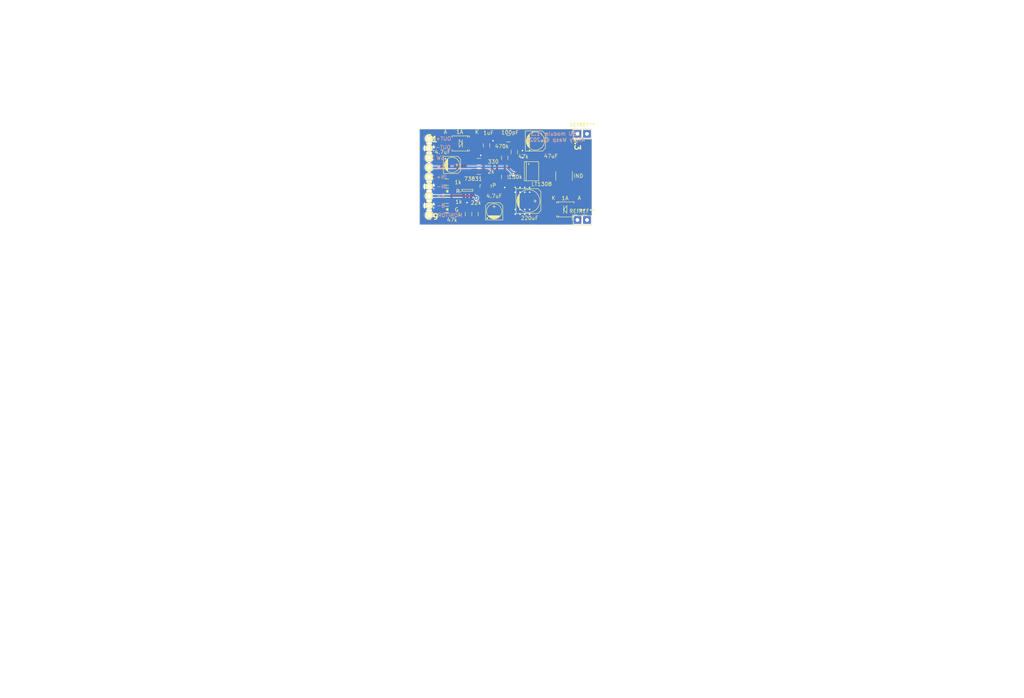
<source format=kicad_pcb>
(kicad_pcb (version 20171130) (host pcbnew "(5.1.12)-1")

  (general
    (thickness 1.6)
    (drawings 26)
    (tracks 147)
    (zones 0)
    (modules 31)
    (nets 18)
  )

  (page A4)
  (layers
    (0 F.Cu signal)
    (31 B.Cu signal)
    (32 B.Adhes user hide)
    (33 F.Adhes user hide)
    (34 B.Paste user hide)
    (35 F.Paste user hide)
    (36 B.SilkS user)
    (37 F.SilkS user hide)
    (38 B.Mask user hide)
    (39 F.Mask user hide)
    (40 Dwgs.User user hide)
    (41 Cmts.User user hide)
    (42 Eco1.User user hide)
    (43 Eco2.User user hide)
    (44 Edge.Cuts user)
    (45 Margin user hide)
    (46 B.CrtYd user hide)
    (47 F.CrtYd user hide)
    (48 B.Fab user hide)
    (49 F.Fab user hide)
  )

  (setup
    (last_trace_width 0.5)
    (trace_clearance 0.2)
    (zone_clearance 0)
    (zone_45_only no)
    (trace_min 0.5)
    (via_size 1)
    (via_drill 0.4)
    (via_min_size 0.4)
    (via_min_drill 0.3)
    (uvia_size 0.3)
    (uvia_drill 0.1)
    (uvias_allowed no)
    (uvia_min_size 0.2)
    (uvia_min_drill 0.1)
    (edge_width 0.1)
    (segment_width 0.2)
    (pcb_text_width 0.3)
    (pcb_text_size 1.5 1.5)
    (mod_edge_width 0.15)
    (mod_text_size 1 1)
    (mod_text_width 0.15)
    (pad_size 2 2)
    (pad_drill 1)
    (pad_to_mask_clearance 0)
    (aux_axis_origin 0 0)
    (visible_elements 7FFFFFFF)
    (pcbplotparams
      (layerselection 0x00020_00000000)
      (usegerberextensions false)
      (usegerberattributes true)
      (usegerberadvancedattributes true)
      (creategerberjobfile true)
      (excludeedgelayer true)
      (linewidth 0.100000)
      (plotframeref false)
      (viasonmask false)
      (mode 1)
      (useauxorigin false)
      (hpglpennumber 1)
      (hpglpenspeed 20)
      (hpglpendiameter 15.000000)
      (psnegative false)
      (psa4output false)
      (plotreference true)
      (plotvalue true)
      (plotinvisibletext false)
      (padsonsilk false)
      (subtractmaskfromsilk true)
      (outputformat 1)
      (mirror false)
      (drillshape 0)
      (scaleselection 1)
      (outputdirectory ""))
  )

  (net 0 "")
  (net 1 "Net-(C1-Pad1)")
  (net 2 GND)
  (net 3 "Net-(C2-Pad1)")
  (net 4 "Net-(C3-Pad1)")
  (net 5 "Net-(C4-Pad1)")
  (net 6 "Net-(C5-Pad1)")
  (net 7 "Net-(C6-Pad1)")
  (net 8 "Net-(D2-Pad2)")
  (net 9 "Net-(LED1-Pad2)")
  (net 10 "Net-(LED1-Pad1)")
  (net 11 "Net-(LED2-Pad2)")
  (net 12 "Net-(R3-Pad1)")
  (net 13 "Net-(R5-Pad1)")
  (net 14 "Net-(R6-Pad1)")
  (net 15 "Net-(U2-Pad7)")
  (net 16 "Net-(U2-Pad8)")
  (net 17 "Net-(P2-Pad1)")

  (net_class Default "This is the default net class."
    (clearance 0.2)
    (trace_width 0.5)
    (via_dia 1)
    (via_drill 0.4)
    (uvia_dia 0.3)
    (uvia_drill 0.1)
    (add_net GND)
    (add_net "Net-(C1-Pad1)")
    (add_net "Net-(C2-Pad1)")
    (add_net "Net-(C3-Pad1)")
    (add_net "Net-(C4-Pad1)")
    (add_net "Net-(C5-Pad1)")
    (add_net "Net-(C6-Pad1)")
    (add_net "Net-(D2-Pad2)")
    (add_net "Net-(LED1-Pad1)")
    (add_net "Net-(LED1-Pad2)")
    (add_net "Net-(LED2-Pad2)")
    (add_net "Net-(P2-Pad1)")
    (add_net "Net-(R3-Pad1)")
    (add_net "Net-(R5-Pad1)")
    (add_net "Net-(R6-Pad1)")
    (add_net "Net-(U2-Pad7)")
    (add_net "Net-(U2-Pad8)")
  )

  (module Connector_PinHeader_2.54mm:PinHeader_1x01_P2.54mm_Vertical (layer F.Cu) (tedit 63089318) (tstamp 6308ED5D)
    (at 158.75 102.87)
    (descr "Through hole straight pin header, 1x01, 2.54mm pitch, single row")
    (tags "Through hole pin header THT 1x01 2.54mm single row")
    (fp_text reference REF** (at 0 -2.33) (layer F.SilkS)
      (effects (font (size 1 1) (thickness 0.15)))
    )
    (fp_text value PinHeader_1x01_P2.54mm_Vertical (at 0 2.33) (layer F.Fab)
      (effects (font (size 1 1) (thickness 0.15)))
    )
    (fp_line (start 1.8 -1.8) (end -1.8 -1.8) (layer F.CrtYd) (width 0.05))
    (fp_line (start 1.8 1.8) (end 1.8 -1.8) (layer F.CrtYd) (width 0.05))
    (fp_line (start -1.8 1.8) (end 1.8 1.8) (layer F.CrtYd) (width 0.05))
    (fp_line (start -1.8 -1.8) (end -1.8 1.8) (layer F.CrtYd) (width 0.05))
    (fp_line (start -1.33 -1.33) (end 0 -1.33) (layer F.SilkS) (width 0.12))
    (fp_line (start -1.33 0) (end -1.33 -1.33) (layer F.SilkS) (width 0.12))
    (fp_line (start -1.33 1.27) (end 1.33 1.27) (layer F.SilkS) (width 0.12))
    (fp_line (start 1.33 1.27) (end 1.33 1.33) (layer F.SilkS) (width 0.12))
    (fp_line (start -1.33 1.27) (end -1.33 1.33) (layer F.SilkS) (width 0.12))
    (fp_line (start -1.33 1.33) (end 1.33 1.33) (layer F.SilkS) (width 0.12))
    (fp_line (start -1.27 -0.635) (end -0.635 -1.27) (layer F.Fab) (width 0.1))
    (fp_line (start -1.27 1.27) (end -1.27 -0.635) (layer F.Fab) (width 0.1))
    (fp_line (start 1.27 1.27) (end -1.27 1.27) (layer F.Fab) (width 0.1))
    (fp_line (start 1.27 -1.27) (end 1.27 1.27) (layer F.Fab) (width 0.1))
    (fp_line (start -0.635 -1.27) (end 1.27 -1.27) (layer F.Fab) (width 0.1))
    (fp_text user %R (at 0 0 90) (layer F.Fab)
      (effects (font (size 1 1) (thickness 0.15)))
    )
    (pad 1 thru_hole rect (at 0 0) (size 2 2) (drill 1) (layers *.Cu *.Mask))
    (model ${KISYS3DMOD}/Connector_PinHeader_2.54mm.3dshapes/PinHeader_1x01_P2.54mm_Vertical.wrl
      (at (xyz 0 0 0))
      (scale (xyz 1 1 1))
      (rotate (xyz 0 0 0))
    )
  )

  (module Connector_PinHeader_2.54mm:PinHeader_1x01_P2.54mm_Vertical (layer F.Cu) (tedit 6308930E) (tstamp 6308ECF8)
    (at 156.21 102.87)
    (descr "Through hole straight pin header, 1x01, 2.54mm pitch, single row")
    (tags "Through hole pin header THT 1x01 2.54mm single row")
    (fp_text reference REF** (at 0 -2.33) (layer F.SilkS)
      (effects (font (size 1 1) (thickness 0.15)))
    )
    (fp_text value PinHeader_1x01_P2.54mm_Vertical (at 0 2.33) (layer F.Fab)
      (effects (font (size 1 1) (thickness 0.15)))
    )
    (fp_line (start 1.8 -1.8) (end -1.8 -1.8) (layer F.CrtYd) (width 0.05))
    (fp_line (start 1.8 1.8) (end 1.8 -1.8) (layer F.CrtYd) (width 0.05))
    (fp_line (start -1.8 1.8) (end 1.8 1.8) (layer F.CrtYd) (width 0.05))
    (fp_line (start -1.8 -1.8) (end -1.8 1.8) (layer F.CrtYd) (width 0.05))
    (fp_line (start -1.33 -1.33) (end 0 -1.33) (layer F.SilkS) (width 0.12))
    (fp_line (start -1.33 0) (end -1.33 -1.33) (layer F.SilkS) (width 0.12))
    (fp_line (start -1.33 1.27) (end 1.33 1.27) (layer F.SilkS) (width 0.12))
    (fp_line (start 1.33 1.27) (end 1.33 1.33) (layer F.SilkS) (width 0.12))
    (fp_line (start -1.33 1.27) (end -1.33 1.33) (layer F.SilkS) (width 0.12))
    (fp_line (start -1.33 1.33) (end 1.33 1.33) (layer F.SilkS) (width 0.12))
    (fp_line (start -1.27 -0.635) (end -0.635 -1.27) (layer F.Fab) (width 0.1))
    (fp_line (start -1.27 1.27) (end -1.27 -0.635) (layer F.Fab) (width 0.1))
    (fp_line (start 1.27 1.27) (end -1.27 1.27) (layer F.Fab) (width 0.1))
    (fp_line (start 1.27 -1.27) (end 1.27 1.27) (layer F.Fab) (width 0.1))
    (fp_line (start -0.635 -1.27) (end 1.27 -1.27) (layer F.Fab) (width 0.1))
    (fp_text user %R (at 0 0 90) (layer F.Fab)
      (effects (font (size 1 1) (thickness 0.15)))
    )
    (pad 1 thru_hole rect (at 0 0) (size 2 2) (drill 1) (layers *.Cu *.Mask))
    (model ${KISYS3DMOD}/Connector_PinHeader_2.54mm.3dshapes/PinHeader_1x01_P2.54mm_Vertical.wrl
      (at (xyz 0 0 0))
      (scale (xyz 1 1 1))
      (rotate (xyz 0 0 0))
    )
  )

  (module Connector_PinHeader_2.54mm:PinHeader_1x01_P2.54mm_Vertical (layer F.Cu) (tedit 630892EB) (tstamp 6308EC93)
    (at 156.21 80.01)
    (descr "Through hole straight pin header, 1x01, 2.54mm pitch, single row")
    (tags "Through hole pin header THT 1x01 2.54mm single row")
    (fp_text reference REF** (at 0 -2.33) (layer F.SilkS)
      (effects (font (size 1 1) (thickness 0.15)))
    )
    (fp_text value PinHeader_1x01_P2.54mm_Vertical (at 0 2.33) (layer F.Fab)
      (effects (font (size 1 1) (thickness 0.15)))
    )
    (fp_line (start 1.8 -1.8) (end -1.8 -1.8) (layer F.CrtYd) (width 0.05))
    (fp_line (start 1.8 1.8) (end 1.8 -1.8) (layer F.CrtYd) (width 0.05))
    (fp_line (start -1.8 1.8) (end 1.8 1.8) (layer F.CrtYd) (width 0.05))
    (fp_line (start -1.8 -1.8) (end -1.8 1.8) (layer F.CrtYd) (width 0.05))
    (fp_line (start -1.33 -1.33) (end 0 -1.33) (layer F.SilkS) (width 0.12))
    (fp_line (start -1.33 0) (end -1.33 -1.33) (layer F.SilkS) (width 0.12))
    (fp_line (start -1.33 1.27) (end 1.33 1.27) (layer F.SilkS) (width 0.12))
    (fp_line (start 1.33 1.27) (end 1.33 1.33) (layer F.SilkS) (width 0.12))
    (fp_line (start -1.33 1.27) (end -1.33 1.33) (layer F.SilkS) (width 0.12))
    (fp_line (start -1.33 1.33) (end 1.33 1.33) (layer F.SilkS) (width 0.12))
    (fp_line (start -1.27 -0.635) (end -0.635 -1.27) (layer F.Fab) (width 0.1))
    (fp_line (start -1.27 1.27) (end -1.27 -0.635) (layer F.Fab) (width 0.1))
    (fp_line (start 1.27 1.27) (end -1.27 1.27) (layer F.Fab) (width 0.1))
    (fp_line (start 1.27 -1.27) (end 1.27 1.27) (layer F.Fab) (width 0.1))
    (fp_line (start -0.635 -1.27) (end 1.27 -1.27) (layer F.Fab) (width 0.1))
    (fp_text user %R (at 0 0 90) (layer F.Fab)
      (effects (font (size 1 1) (thickness 0.15)))
    )
    (pad 1 thru_hole rect (at 0 0) (size 2 2) (drill 1) (layers *.Cu *.Mask))
    (model ${KISYS3DMOD}/Connector_PinHeader_2.54mm.3dshapes/PinHeader_1x01_P2.54mm_Vertical.wrl
      (at (xyz 0 0 0))
      (scale (xyz 1 1 1))
      (rotate (xyz 0 0 0))
    )
  )

  (module Connector_PinHeader_2.54mm:PinHeader_1x01_P2.54mm_Vertical (layer F.Cu) (tedit 630892F4) (tstamp 6308EC2E)
    (at 158.75 80.01)
    (descr "Through hole straight pin header, 1x01, 2.54mm pitch, single row")
    (tags "Through hole pin header THT 1x01 2.54mm single row")
    (fp_text reference REF** (at 0 -2.33) (layer F.SilkS)
      (effects (font (size 1 1) (thickness 0.15)))
    )
    (fp_text value PinHeader_1x01_P2.54mm_Vertical (at 0 2.33) (layer F.Fab)
      (effects (font (size 1 1) (thickness 0.15)))
    )
    (fp_line (start 1.8 -1.8) (end -1.8 -1.8) (layer F.CrtYd) (width 0.05))
    (fp_line (start 1.8 1.8) (end 1.8 -1.8) (layer F.CrtYd) (width 0.05))
    (fp_line (start -1.8 1.8) (end 1.8 1.8) (layer F.CrtYd) (width 0.05))
    (fp_line (start -1.8 -1.8) (end -1.8 1.8) (layer F.CrtYd) (width 0.05))
    (fp_line (start -1.33 -1.33) (end 0 -1.33) (layer F.SilkS) (width 0.12))
    (fp_line (start -1.33 0) (end -1.33 -1.33) (layer F.SilkS) (width 0.12))
    (fp_line (start -1.33 1.27) (end 1.33 1.27) (layer F.SilkS) (width 0.12))
    (fp_line (start 1.33 1.27) (end 1.33 1.33) (layer F.SilkS) (width 0.12))
    (fp_line (start -1.33 1.27) (end -1.33 1.33) (layer F.SilkS) (width 0.12))
    (fp_line (start -1.33 1.33) (end 1.33 1.33) (layer F.SilkS) (width 0.12))
    (fp_line (start -1.27 -0.635) (end -0.635 -1.27) (layer F.Fab) (width 0.1))
    (fp_line (start -1.27 1.27) (end -1.27 -0.635) (layer F.Fab) (width 0.1))
    (fp_line (start 1.27 1.27) (end -1.27 1.27) (layer F.Fab) (width 0.1))
    (fp_line (start 1.27 -1.27) (end 1.27 1.27) (layer F.Fab) (width 0.1))
    (fp_line (start -0.635 -1.27) (end 1.27 -1.27) (layer F.Fab) (width 0.1))
    (fp_text user %R (at 0 0 90) (layer F.Fab)
      (effects (font (size 1 1) (thickness 0.15)))
    )
    (pad 1 thru_hole rect (at 0 0) (size 2 2) (drill 1) (layers *.Cu *.Mask))
    (model ${KISYS3DMOD}/Connector_PinHeader_2.54mm.3dshapes/PinHeader_1x01_P2.54mm_Vertical.wrl
      (at (xyz 0 0 0))
      (scale (xyz 1 1 1))
      (rotate (xyz 0 0 0))
    )
  )

  (module Angrywasp:0805_HS (layer F.Cu) (tedit 5838FD1F) (tstamp 57F5618F)
    (at 130.048 89.916)
    (descr "Capacitor SMD 0805, hand soldering")
    (tags "capacitor 0805")
    (path /57D07F9A)
    (attr smd)
    (fp_text reference R3 (at 0 -2.1) (layer F.SilkS) hide
      (effects (font (size 1 1) (thickness 0.15)))
    )
    (fp_text value 2k (at 3.2385 0.127) (layer F.SilkS)
      (effects (font (size 1 1) (thickness 0.15)))
    )
    (fp_line (start -0.5 0.85) (end 0.5 0.85) (layer F.SilkS) (width 0.15))
    (fp_line (start 0.5 -0.85) (end -0.5 -0.85) (layer F.SilkS) (width 0.15))
    (fp_line (start 2.3 -1) (end 2.3 1) (layer F.CrtYd) (width 0.05))
    (fp_line (start -2.3 -1) (end -2.3 1) (layer F.CrtYd) (width 0.05))
    (fp_line (start -2.3 1) (end 2.3 1) (layer F.CrtYd) (width 0.05))
    (fp_line (start -2.3 -1) (end 2.3 -1) (layer F.CrtYd) (width 0.05))
    (pad 1 smd rect (at -1.25 0) (size 1.5 1.25) (layers F.Cu F.Paste F.Mask)
      (net 12 "Net-(R3-Pad1)"))
    (pad 2 smd rect (at 1.25 0) (size 1.5 1.25) (layers F.Cu F.Paste F.Mask)
      (net 2 GND))
    (model Capacitors_SMD.3dshapes/C_0805_HandSoldering.wrl
      (at (xyz 0 0 0))
      (scale (xyz 1 1 1))
      (rotate (xyz 0 0 0))
    )
  )

  (module Angrywasp:LED_0805_HS (layer F.Cu) (tedit 5850F541) (tstamp 57F5610E)
    (at 121.539 95.25 180)
    (descr "LED 0805 smd package")
    (tags "LED 0805 SMD")
    (path /57D08204)
    (attr smd)
    (fp_text reference LED1 (at 0 -2.1 180) (layer F.SilkS) hide
      (effects (font (size 1 1) (thickness 0.15)))
    )
    (fp_text value R (at -2.921 0 180) (layer F.SilkS)
      (effects (font (size 1 1) (thickness 0.15)))
    )
    (fp_line (start -2.3 -1) (end 2.3 -1) (layer F.CrtYd) (width 0.05))
    (fp_line (start -2.3 1) (end -2.3 -1) (layer F.CrtYd) (width 0.05))
    (fp_line (start 2.3 1) (end -2.3 1) (layer F.CrtYd) (width 0.05))
    (fp_line (start 2.3 -1) (end 2.3 1) (layer F.CrtYd) (width 0.05))
    (fp_line (start 0 0.35) (end -0.35 0) (layer F.SilkS) (width 0.15))
    (fp_line (start 0 -0.35) (end 0 0.35) (layer F.SilkS) (width 0.15))
    (fp_line (start -0.35 0) (end 0 -0.35) (layer F.SilkS) (width 0.15))
    (fp_line (start 0 0) (end 0.35 0) (layer F.SilkS) (width 0.15))
    (fp_line (start -0.35 -0.35) (end -0.35 0.35) (layer F.SilkS) (width 0.15))
    (fp_line (start -0.1 -0.1) (end -0.25 0.05) (layer F.SilkS) (width 0.15))
    (fp_line (start -0.1 0.15) (end -0.1 -0.1) (layer F.SilkS) (width 0.15))
    (fp_line (start -0.5 -0.85) (end 0.5 -0.85) (layer F.SilkS) (width 0.15))
    (fp_line (start -0.5 0.85) (end 0.5 0.85) (layer F.SilkS) (width 0.15))
    (fp_line (start -1 -0.6) (end -1 0.6) (layer F.Fab) (width 0.15))
    (fp_line (start -1 0.6) (end 1 0.6) (layer F.Fab) (width 0.15))
    (fp_line (start 1 0.6) (end 1 -0.6) (layer F.Fab) (width 0.15))
    (fp_line (start 1 -0.6) (end -1 -0.6) (layer F.Fab) (width 0.15))
    (fp_line (start 0 -0.3) (end 0 0.3) (layer F.Fab) (width 0.15))
    (fp_line (start 0 0.3) (end -0.3 0) (layer F.Fab) (width 0.15))
    (fp_line (start -0.3 0) (end 0 -0.3) (layer F.Fab) (width 0.15))
    (fp_line (start -0.4 -0.3) (end -0.4 0.3) (layer F.Fab) (width 0.15))
    (pad 2 smd rect (at 1.25 0) (size 1.5 1.25) (layers F.Cu F.Paste F.Mask)
      (net 9 "Net-(LED1-Pad2)"))
    (pad 1 smd rect (at -1.25 0) (size 1.5 1.25) (layers F.Cu F.Paste F.Mask)
      (net 10 "Net-(LED1-Pad1)"))
    (model LEDs.3dshapes/LED_0805.wrl
      (at (xyz 0 0 0))
      (scale (xyz 1 1 1))
      (rotate (xyz 0 0 0))
    )
  )

  (module AngryWasp-Capacitors:4x5.3 (layer F.Cu) (tedit 5838FCEC) (tstamp 57F5603E)
    (at 122.936 88.265)
    (descr "SMT capacitor, aluminium electrolytic, 4x5.3")
    (path /57D15B3B)
    (attr smd)
    (fp_text reference C1 (at 0 -3.175) (layer F.SilkS) hide
      (effects (font (size 1 1) (thickness 0.15)))
    )
    (fp_text value 4.7uF (at -2.54 -3.429 180) (layer F.SilkS)
      (effects (font (size 1 1) (thickness 0.15)))
    )
    (fp_circle (center 0 0) (end -2.032 0) (layer F.SilkS) (width 0.15))
    (fp_line (start -2.286 -2.286) (end -2.286 2.286) (layer F.SilkS) (width 0.15))
    (fp_line (start -1.143 -1.651) (end -1.143 1.651) (layer F.SilkS) (width 0.15))
    (fp_line (start -1.27 -1.524) (end -1.27 1.524) (layer F.SilkS) (width 0.15))
    (fp_line (start -1.397 1.397) (end -1.397 -1.397) (layer F.SilkS) (width 0.15))
    (fp_line (start -1.524 -1.27) (end -1.524 1.27) (layer F.SilkS) (width 0.15))
    (fp_line (start -1.651 1.143) (end -1.651 -1.143) (layer F.SilkS) (width 0.15))
    (fp_line (start -1.778 0.889) (end -1.778 -0.889) (layer F.SilkS) (width 0.15))
    (fp_line (start -1.905 -0.635) (end -1.905 0.635) (layer F.SilkS) (width 0.15))
    (fp_line (start -2.032 0.127) (end -2.032 -0.127) (layer F.SilkS) (width 0.15))
    (fp_line (start 1.524 -2.286) (end 2.286 -1.524) (layer F.SilkS) (width 0.15))
    (fp_line (start 1.524 -2.286) (end -2.286 -2.286) (layer F.SilkS) (width 0.15))
    (fp_line (start 1.524 2.286) (end 2.286 1.524) (layer F.SilkS) (width 0.15))
    (fp_line (start 2.286 -1.524) (end 2.286 1.524) (layer F.SilkS) (width 0.15))
    (fp_line (start 1.524 2.286) (end -2.286 2.286) (layer F.SilkS) (width 0.15))
    (fp_line (start 1.27 -0.381) (end 1.27 0.381) (layer F.SilkS) (width 0.15))
    (fp_line (start 1.651 0) (end 0.889 0) (layer F.SilkS) (width 0.15))
    (fp_line (start -3.35 2.65) (end -3.35 -2.65) (layer F.CrtYd) (width 0.05))
    (fp_line (start 3.35 2.65) (end -3.35 2.65) (layer F.CrtYd) (width 0.05))
    (fp_line (start 3.35 -2.65) (end 3.35 2.65) (layer F.CrtYd) (width 0.05))
    (fp_line (start -3.35 -2.65) (end 3.35 -2.65) (layer F.CrtYd) (width 0.05))
    (pad 1 smd rect (at 1.80086 0) (size 2.60096 1.6002) (layers F.Cu F.Paste F.Mask)
      (net 1 "Net-(C1-Pad1)"))
    (pad 2 smd rect (at -1.80086 0) (size 2.60096 1.6002) (layers F.Cu F.Paste F.Mask)
      (net 2 GND))
    (model Capacitors_SMD.3dshapes/c_elec_4x5.3.wrl
      (at (xyz 0 0 0))
      (scale (xyz 1 1 1))
      (rotate (xyz 0 0 0))
    )
  )

  (module Angrywasp:0805_HS (layer F.Cu) (tedit 5838FD03) (tstamp 57F5604A)
    (at 132.08 83.058 90)
    (descr "Capacitor SMD 0805, hand soldering")
    (tags "capacitor 0805")
    (path /57D18692)
    (attr smd)
    (fp_text reference C2 (at 0 -2.1 90) (layer F.SilkS) hide
      (effects (font (size 1 1) (thickness 0.15)))
    )
    (fp_text value 1uF (at 3.302 0.508) (layer F.SilkS)
      (effects (font (size 1 1) (thickness 0.15)))
    )
    (fp_line (start -0.5 0.85) (end 0.5 0.85) (layer F.SilkS) (width 0.15))
    (fp_line (start 0.5 -0.85) (end -0.5 -0.85) (layer F.SilkS) (width 0.15))
    (fp_line (start 2.3 -1) (end 2.3 1) (layer F.CrtYd) (width 0.05))
    (fp_line (start -2.3 -1) (end -2.3 1) (layer F.CrtYd) (width 0.05))
    (fp_line (start -2.3 1) (end 2.3 1) (layer F.CrtYd) (width 0.05))
    (fp_line (start -2.3 -1) (end 2.3 -1) (layer F.CrtYd) (width 0.05))
    (pad 1 smd rect (at -1.25 0 90) (size 1.5 1.25) (layers F.Cu F.Paste F.Mask)
      (net 3 "Net-(C2-Pad1)"))
    (pad 2 smd rect (at 1.25 0 90) (size 1.5 1.25) (layers F.Cu F.Paste F.Mask)
      (net 2 GND))
    (model Capacitors_SMD.3dshapes/C_0805_HandSoldering.wrl
      (at (xyz 0 0 0))
      (scale (xyz 1 1 1))
      (rotate (xyz 0 0 0))
    )
  )

  (module AngryWasp-Capacitors:4x5.3 (layer F.Cu) (tedit 5838FD98) (tstamp 57F56065)
    (at 134.112 100.584 90)
    (descr "SMT capacitor, aluminium electrolytic, 4x5.3")
    (path /57D1784B)
    (attr smd)
    (fp_text reference C3 (at 0 -3.175 90) (layer F.SilkS) hide
      (effects (font (size 1 1) (thickness 0.15)))
    )
    (fp_text value 4.7uF (at 4.064 0) (layer F.SilkS)
      (effects (font (size 1 1) (thickness 0.15)))
    )
    (fp_circle (center 0 0) (end -2.032 0) (layer F.SilkS) (width 0.15))
    (fp_line (start -2.286 -2.286) (end -2.286 2.286) (layer F.SilkS) (width 0.15))
    (fp_line (start -1.143 -1.651) (end -1.143 1.651) (layer F.SilkS) (width 0.15))
    (fp_line (start -1.27 -1.524) (end -1.27 1.524) (layer F.SilkS) (width 0.15))
    (fp_line (start -1.397 1.397) (end -1.397 -1.397) (layer F.SilkS) (width 0.15))
    (fp_line (start -1.524 -1.27) (end -1.524 1.27) (layer F.SilkS) (width 0.15))
    (fp_line (start -1.651 1.143) (end -1.651 -1.143) (layer F.SilkS) (width 0.15))
    (fp_line (start -1.778 0.889) (end -1.778 -0.889) (layer F.SilkS) (width 0.15))
    (fp_line (start -1.905 -0.635) (end -1.905 0.635) (layer F.SilkS) (width 0.15))
    (fp_line (start -2.032 0.127) (end -2.032 -0.127) (layer F.SilkS) (width 0.15))
    (fp_line (start 1.524 -2.286) (end 2.286 -1.524) (layer F.SilkS) (width 0.15))
    (fp_line (start 1.524 -2.286) (end -2.286 -2.286) (layer F.SilkS) (width 0.15))
    (fp_line (start 1.524 2.286) (end 2.286 1.524) (layer F.SilkS) (width 0.15))
    (fp_line (start 2.286 -1.524) (end 2.286 1.524) (layer F.SilkS) (width 0.15))
    (fp_line (start 1.524 2.286) (end -2.286 2.286) (layer F.SilkS) (width 0.15))
    (fp_line (start 1.27 -0.381) (end 1.27 0.381) (layer F.SilkS) (width 0.15))
    (fp_line (start 1.651 0) (end 0.889 0) (layer F.SilkS) (width 0.15))
    (fp_line (start -3.35 2.65) (end -3.35 -2.65) (layer F.CrtYd) (width 0.05))
    (fp_line (start 3.35 2.65) (end -3.35 2.65) (layer F.CrtYd) (width 0.05))
    (fp_line (start 3.35 -2.65) (end 3.35 2.65) (layer F.CrtYd) (width 0.05))
    (fp_line (start -3.35 -2.65) (end 3.35 -2.65) (layer F.CrtYd) (width 0.05))
    (pad 1 smd rect (at 1.80086 0 90) (size 2.60096 1.6002) (layers F.Cu F.Paste F.Mask)
      (net 4 "Net-(C3-Pad1)"))
    (pad 2 smd rect (at -1.80086 0 90) (size 2.60096 1.6002) (layers F.Cu F.Paste F.Mask)
      (net 2 GND))
    (model Capacitors_SMD.3dshapes/c_elec_4x5.3.wrl
      (at (xyz 0 0 0))
      (scale (xyz 1 1 1))
      (rotate (xyz 0 0 0))
    )
  )

  (module Angrywasp:0805_HS (layer F.Cu) (tedit 5838FEF4) (tstamp 57F5608B)
    (at 137.922 81.28)
    (descr "Capacitor SMD 0805, hand soldering")
    (tags "capacitor 0805")
    (path /57D27047)
    (attr smd)
    (fp_text reference C5 (at 0 -2.1) (layer F.SilkS) hide
      (effects (font (size 1 1) (thickness 0.15)))
    )
    (fp_text value 100pF (at 0.381 -1.651) (layer F.SilkS)
      (effects (font (size 1 1) (thickness 0.15)))
    )
    (fp_line (start -0.5 0.85) (end 0.5 0.85) (layer F.SilkS) (width 0.15))
    (fp_line (start 0.5 -0.85) (end -0.5 -0.85) (layer F.SilkS) (width 0.15))
    (fp_line (start 2.3 -1) (end 2.3 1) (layer F.CrtYd) (width 0.05))
    (fp_line (start -2.3 -1) (end -2.3 1) (layer F.CrtYd) (width 0.05))
    (fp_line (start -2.3 1) (end 2.3 1) (layer F.CrtYd) (width 0.05))
    (fp_line (start -2.3 -1) (end 2.3 -1) (layer F.CrtYd) (width 0.05))
    (pad 1 smd rect (at -1.25 0) (size 1.5 1.25) (layers F.Cu F.Paste F.Mask)
      (net 6 "Net-(C5-Pad1)"))
    (pad 2 smd rect (at 1.25 0) (size 1.5 1.25) (layers F.Cu F.Paste F.Mask)
      (net 2 GND))
    (model Capacitors_SMD.3dshapes/C_0805_HandSoldering.wrl
      (at (xyz 0 0 0))
      (scale (xyz 1 1 1))
      (rotate (xyz 0 0 0))
    )
  )

  (module Angrywasp:SMB_HS (layer F.Cu) (tedit 5838FCDF) (tstamp 57F560C2)
    (at 125.222 82.55 180)
    (descr "Diode SMB Handsoldering")
    (tags "Diode SMB Handsoldering")
    (path /57D17F73)
    (attr smd)
    (fp_text reference D1 (at 0 -3.1 180) (layer F.SilkS) hide
      (effects (font (size 1 1) (thickness 0.15)))
    )
    (fp_text value 1A (at 0.254 3.048 180) (layer F.SilkS)
      (effects (font (size 1 1) (thickness 0.15)))
    )
    (fp_line (start 2.30124 -1.99898) (end 2.30124 -1.80086) (layer F.SilkS) (width 0.15))
    (fp_line (start -2.30124 -1.99898) (end 2.30124 -1.99898) (layer F.SilkS) (width 0.15))
    (fp_line (start -2.30124 -1.99898) (end -2.30124 -1.80086) (layer F.SilkS) (width 0.15))
    (fp_line (start -2.30632 1.99644) (end -2.30632 1.79832) (layer F.SilkS) (width 0.15))
    (fp_line (start -2.30632 1.99644) (end 2.29616 1.99644) (layer F.SilkS) (width 0.15))
    (fp_line (start 2.29616 1.99644) (end 2.29616 1.79832) (layer F.SilkS) (width 0.15))
    (fp_line (start -1.84928 -1.99898) (end -1.84928 -1.80086) (layer F.SilkS) (width 0.15))
    (fp_line (start -1.84928 1.94898) (end -1.84928 1.75086) (layer F.SilkS) (width 0.15))
    (fp_line (start 2.30124 -1.8) (end 2.30124 -1.651) (layer F.SilkS) (width 0.15))
    (fp_line (start -1.84928 -1.8) (end -1.84928 -1.651) (layer F.SilkS) (width 0.15))
    (fp_line (start -2.30124 -1.8) (end -2.30124 -1.651) (layer F.SilkS) (width 0.15))
    (fp_line (start 2.30124 1.8) (end 2.30124 1.651) (layer F.SilkS) (width 0.15))
    (fp_line (start -1.84928 1.8) (end -1.84928 1.601) (layer F.SilkS) (width 0.15))
    (fp_line (start -2.30632 1.8) (end -2.30632 1.6002) (layer F.SilkS) (width 0.15))
    (fp_line (start -0.44958 0) (end -0.44958 -1.00076) (layer F.SilkS) (width 0.15))
    (fp_line (start -0.44958 0) (end -0.44958 1.00076) (layer F.SilkS) (width 0.15))
    (fp_line (start 0.39878 1.00076) (end -0.44958 0) (layer F.SilkS) (width 0.15))
    (fp_line (start 0.39878 -1.00076) (end 0.39878 1.00076) (layer F.SilkS) (width 0.15))
    (fp_line (start -0.44958 0) (end 0.39878 -1.00076) (layer F.SilkS) (width 0.15))
    (fp_line (start -4.7 2.25) (end -4.7 -2.25) (layer F.CrtYd) (width 0.05))
    (fp_line (start 4.7 2.25) (end -4.7 2.25) (layer F.CrtYd) (width 0.05))
    (fp_line (start 4.7 -2.25) (end 4.7 2.25) (layer F.CrtYd) (width 0.05))
    (fp_line (start -4.7 -2.25) (end 4.7 -2.25) (layer F.CrtYd) (width 0.05))
    (fp_text user K (at -4.318 3.048 180) (layer F.SilkS)
      (effects (font (size 1 1) (thickness 0.15)))
    )
    (fp_text user A (at 4.064 3.048 180) (layer F.SilkS)
      (effects (font (size 1 1) (thickness 0.15)))
    )
    (pad 1 smd rect (at -2.70002 0 180) (size 3.50012 2.30124) (layers F.Cu F.Paste F.Mask)
      (net 3 "Net-(C2-Pad1)"))
    (pad 2 smd rect (at 2.70002 0 180) (size 3.50012 2.30124) (layers F.Cu F.Paste F.Mask)
      (net 1 "Net-(C1-Pad1)"))
    (model Diodes_SMD.3dshapes/SMB_Handsoldering.wrl
      (at (xyz 0 0 0))
      (scale (xyz 0.3937 0.3937 0.3937))
      (rotate (xyz 0 0 180))
    )
  )

  (module Angrywasp:SMB_HS (layer F.Cu) (tedit 5838FF4B) (tstamp 57F560E1)
    (at 153.00198 100.076)
    (descr "Diode SMB Handsoldering")
    (tags "Diode SMB Handsoldering")
    (path /57D26C34)
    (attr smd)
    (fp_text reference D2 (at 0 -3.1) (layer F.SilkS) hide
      (effects (font (size 1 1) (thickness 0.15)))
    )
    (fp_text value 1A (at -0.0635 -2.9845) (layer F.SilkS)
      (effects (font (size 1 1) (thickness 0.15)))
    )
    (fp_line (start 2.30124 -1.99898) (end 2.30124 -1.80086) (layer F.SilkS) (width 0.15))
    (fp_line (start -2.30124 -1.99898) (end 2.30124 -1.99898) (layer F.SilkS) (width 0.15))
    (fp_line (start -2.30124 -1.99898) (end -2.30124 -1.80086) (layer F.SilkS) (width 0.15))
    (fp_line (start -2.30632 1.99644) (end -2.30632 1.79832) (layer F.SilkS) (width 0.15))
    (fp_line (start -2.30632 1.99644) (end 2.29616 1.99644) (layer F.SilkS) (width 0.15))
    (fp_line (start 2.29616 1.99644) (end 2.29616 1.79832) (layer F.SilkS) (width 0.15))
    (fp_line (start -1.84928 -1.99898) (end -1.84928 -1.80086) (layer F.SilkS) (width 0.15))
    (fp_line (start -1.84928 1.94898) (end -1.84928 1.75086) (layer F.SilkS) (width 0.15))
    (fp_line (start 2.30124 -1.8) (end 2.30124 -1.651) (layer F.SilkS) (width 0.15))
    (fp_line (start -1.84928 -1.8) (end -1.84928 -1.651) (layer F.SilkS) (width 0.15))
    (fp_line (start -2.30124 -1.8) (end -2.30124 -1.651) (layer F.SilkS) (width 0.15))
    (fp_line (start 2.30124 1.8) (end 2.30124 1.651) (layer F.SilkS) (width 0.15))
    (fp_line (start -1.84928 1.8) (end -1.84928 1.601) (layer F.SilkS) (width 0.15))
    (fp_line (start -2.30632 1.8) (end -2.30632 1.6002) (layer F.SilkS) (width 0.15))
    (fp_line (start -0.44958 0) (end -0.44958 -1.00076) (layer F.SilkS) (width 0.15))
    (fp_line (start -0.44958 0) (end -0.44958 1.00076) (layer F.SilkS) (width 0.15))
    (fp_line (start 0.39878 1.00076) (end -0.44958 0) (layer F.SilkS) (width 0.15))
    (fp_line (start 0.39878 -1.00076) (end 0.39878 1.00076) (layer F.SilkS) (width 0.15))
    (fp_line (start -0.44958 0) (end 0.39878 -1.00076) (layer F.SilkS) (width 0.15))
    (fp_line (start -4.7 2.25) (end -4.7 -2.25) (layer F.CrtYd) (width 0.05))
    (fp_line (start 4.7 2.25) (end -4.7 2.25) (layer F.CrtYd) (width 0.05))
    (fp_line (start 4.7 -2.25) (end 4.7 2.25) (layer F.CrtYd) (width 0.05))
    (fp_line (start -4.7 -2.25) (end 4.7 -2.25) (layer F.CrtYd) (width 0.05))
    (fp_text user K (at -3.14198 -3.048) (layer F.SilkS)
      (effects (font (size 1 1) (thickness 0.15)))
    )
    (fp_text user A (at 3.71602 -3.048) (layer F.SilkS)
      (effects (font (size 1 1) (thickness 0.15)))
    )
    (pad 1 smd rect (at -2.70002 0) (size 3.50012 2.30124) (layers F.Cu F.Paste F.Mask)
      (net 7 "Net-(C6-Pad1)"))
    (pad 2 smd rect (at 2.70002 0) (size 3.50012 2.30124) (layers F.Cu F.Paste F.Mask)
      (net 8 "Net-(D2-Pad2)"))
    (model Diodes_SMD.3dshapes/SMB_Handsoldering.wrl
      (at (xyz 0 0 0))
      (scale (xyz 0.3937 0.3937 0.3937))
      (rotate (xyz 0 0 180))
    )
  )

  (module Angrywasp:LED_0805_HS (layer F.Cu) (tedit 5850F54A) (tstamp 57F56129)
    (at 121.539 100.076 180)
    (descr "LED 0805 smd package")
    (tags "LED 0805 SMD")
    (path /57D0834E)
    (attr smd)
    (fp_text reference LED2 (at 0 -2.1 180) (layer F.SilkS) hide
      (effects (font (size 1 1) (thickness 0.15)))
    )
    (fp_text value G (at -2.6162 -0.0508 180) (layer F.SilkS)
      (effects (font (size 1 1) (thickness 0.15)))
    )
    (fp_line (start -2.3 -1) (end 2.3 -1) (layer F.CrtYd) (width 0.05))
    (fp_line (start -2.3 1) (end -2.3 -1) (layer F.CrtYd) (width 0.05))
    (fp_line (start 2.3 1) (end -2.3 1) (layer F.CrtYd) (width 0.05))
    (fp_line (start 2.3 -1) (end 2.3 1) (layer F.CrtYd) (width 0.05))
    (fp_line (start 0 0.35) (end -0.35 0) (layer F.SilkS) (width 0.15))
    (fp_line (start 0 -0.35) (end 0 0.35) (layer F.SilkS) (width 0.15))
    (fp_line (start -0.35 0) (end 0 -0.35) (layer F.SilkS) (width 0.15))
    (fp_line (start 0 0) (end 0.35 0) (layer F.SilkS) (width 0.15))
    (fp_line (start -0.35 -0.35) (end -0.35 0.35) (layer F.SilkS) (width 0.15))
    (fp_line (start -0.1 -0.1) (end -0.25 0.05) (layer F.SilkS) (width 0.15))
    (fp_line (start -0.1 0.15) (end -0.1 -0.1) (layer F.SilkS) (width 0.15))
    (fp_line (start -0.5 -0.85) (end 0.5 -0.85) (layer F.SilkS) (width 0.15))
    (fp_line (start -0.5 0.85) (end 0.5 0.85) (layer F.SilkS) (width 0.15))
    (fp_line (start -1 -0.6) (end -1 0.6) (layer F.Fab) (width 0.15))
    (fp_line (start -1 0.6) (end 1 0.6) (layer F.Fab) (width 0.15))
    (fp_line (start 1 0.6) (end 1 -0.6) (layer F.Fab) (width 0.15))
    (fp_line (start 1 -0.6) (end -1 -0.6) (layer F.Fab) (width 0.15))
    (fp_line (start 0 -0.3) (end 0 0.3) (layer F.Fab) (width 0.15))
    (fp_line (start 0 0.3) (end -0.3 0) (layer F.Fab) (width 0.15))
    (fp_line (start -0.3 0) (end 0 -0.3) (layer F.Fab) (width 0.15))
    (fp_line (start -0.4 -0.3) (end -0.4 0.3) (layer F.Fab) (width 0.15))
    (pad 2 smd rect (at 1.25 0) (size 1.5 1.25) (layers F.Cu F.Paste F.Mask)
      (net 11 "Net-(LED2-Pad2)"))
    (pad 1 smd rect (at -1.25 0) (size 1.5 1.25) (layers F.Cu F.Paste F.Mask)
      (net 2 GND))
    (model LEDs.3dshapes/LED_0805.wrl
      (at (xyz 0 0 0))
      (scale (xyz 1 1 1))
      (rotate (xyz 0 0 0))
    )
  )

  (module Angrywasp:SOT-23_HS (layer F.Cu) (tedit 5850F57D) (tstamp 57F5616B)
    (at 131.826 94.234)
    (descr "SOT-23, Handsoldering")
    (tags SOT-23)
    (path /57D212E7)
    (attr smd)
    (fp_text reference Q1 (at 2.032 -2.286) (layer F.SilkS) hide
      (effects (font (size 1 1) (thickness 0.15)))
    )
    (fp_text value P (at 2.286 -0.508) (layer F.SilkS)
      (effects (font (size 1 1) (thickness 0.15)))
    )
    (fp_line (start 1.49982 -0.65024) (end 1.49982 0.0508) (layer F.SilkS) (width 0.15))
    (fp_line (start 1.29916 -0.65024) (end 1.49982 -0.65024) (layer F.SilkS) (width 0.15))
    (fp_line (start -1.49982 -0.65024) (end -1.2509 -0.65024) (layer F.SilkS) (width 0.15))
    (fp_line (start -1.49982 0.0508) (end -1.49982 -0.65024) (layer F.SilkS) (width 0.15))
    (pad 1 smd rect (at -0.95 1.50114) (size 0.8001 1.80086) (layers F.Cu F.Paste F.Mask)
      (net 1 "Net-(C1-Pad1)"))
    (pad 2 smd rect (at 0.95 1.50114) (size 0.8001 1.80086) (layers F.Cu F.Paste F.Mask)
      (net 3 "Net-(C2-Pad1)"))
    (pad 3 smd rect (at 0 -1.50114) (size 0.8001 1.80086) (layers F.Cu F.Paste F.Mask)
      (net 4 "Net-(C3-Pad1)"))
    (model TO_SOT_Packages_SMD.3dshapes/SOT-23_Handsoldering.wrl
      (at (xyz 0 0 0))
      (scale (xyz 1 1 1))
      (rotate (xyz 0 0 0))
    )
  )

  (module Angrywasp:0805_HS (layer F.Cu) (tedit 5838FDCB) (tstamp 57F56177)
    (at 121.539 92.837 180)
    (descr "Capacitor SMD 0805, hand soldering")
    (tags "capacitor 0805")
    (path /57D081AD)
    (attr smd)
    (fp_text reference R1 (at 0 -2.1 180) (layer F.SilkS) hide
      (effects (font (size 1 1) (thickness 0.15)))
    )
    (fp_text value 1k (at -2.9718 -0.0254 180) (layer F.SilkS)
      (effects (font (size 1 1) (thickness 0.15)))
    )
    (fp_line (start -0.5 0.85) (end 0.5 0.85) (layer F.SilkS) (width 0.15))
    (fp_line (start 0.5 -0.85) (end -0.5 -0.85) (layer F.SilkS) (width 0.15))
    (fp_line (start 2.3 -1) (end 2.3 1) (layer F.CrtYd) (width 0.05))
    (fp_line (start -2.3 -1) (end -2.3 1) (layer F.CrtYd) (width 0.05))
    (fp_line (start -2.3 1) (end 2.3 1) (layer F.CrtYd) (width 0.05))
    (fp_line (start -2.3 -1) (end 2.3 -1) (layer F.CrtYd) (width 0.05))
    (pad 1 smd rect (at -1.25 0 180) (size 1.5 1.25) (layers F.Cu F.Paste F.Mask)
      (net 1 "Net-(C1-Pad1)"))
    (pad 2 smd rect (at 1.25 0 180) (size 1.5 1.25) (layers F.Cu F.Paste F.Mask)
      (net 9 "Net-(LED1-Pad2)"))
    (model Capacitors_SMD.3dshapes/C_0805_HandSoldering.wrl
      (at (xyz 0 0 0))
      (scale (xyz 1 1 1))
      (rotate (xyz 0 0 0))
    )
  )

  (module Angrywasp:0805_HS (layer F.Cu) (tedit 5850F555) (tstamp 57F56183)
    (at 121.539 97.663 180)
    (descr "Capacitor SMD 0805, hand soldering")
    (tags "capacitor 0805")
    (path /57D082A7)
    (attr smd)
    (fp_text reference R2 (at 0 -2.1 180) (layer F.SilkS) hide
      (effects (font (size 1 1) (thickness 0.15)))
    )
    (fp_text value 1k (at -3.175 -0.381 180) (layer F.SilkS)
      (effects (font (size 1 1) (thickness 0.15)))
    )
    (fp_line (start -0.5 0.85) (end 0.5 0.85) (layer F.SilkS) (width 0.15))
    (fp_line (start 0.5 -0.85) (end -0.5 -0.85) (layer F.SilkS) (width 0.15))
    (fp_line (start 2.3 -1) (end 2.3 1) (layer F.CrtYd) (width 0.05))
    (fp_line (start -2.3 -1) (end -2.3 1) (layer F.CrtYd) (width 0.05))
    (fp_line (start -2.3 1) (end 2.3 1) (layer F.CrtYd) (width 0.05))
    (fp_line (start -2.3 -1) (end 2.3 -1) (layer F.CrtYd) (width 0.05))
    (pad 1 smd rect (at -1.25 0 180) (size 1.5 1.25) (layers F.Cu F.Paste F.Mask)
      (net 10 "Net-(LED1-Pad1)"))
    (pad 2 smd rect (at 1.25 0 180) (size 1.5 1.25) (layers F.Cu F.Paste F.Mask)
      (net 11 "Net-(LED2-Pad2)"))
    (model Capacitors_SMD.3dshapes/C_0805_HandSoldering.wrl
      (at (xyz 0 0 0))
      (scale (xyz 1 1 1))
      (rotate (xyz 0 0 0))
    )
  )

  (module Angrywasp:0805_HS (layer F.Cu) (tedit 5838FD0D) (tstamp 57F5619B)
    (at 130.048 87.376 180)
    (descr "Capacitor SMD 0805, hand soldering")
    (tags "capacitor 0805")
    (path /57D157D7)
    (attr smd)
    (fp_text reference R4 (at 0 -2.1 180) (layer F.SilkS) hide
      (effects (font (size 1 1) (thickness 0.15)))
    )
    (fp_text value 330 (at -3.81 0 180) (layer F.SilkS)
      (effects (font (size 1 1) (thickness 0.15)))
    )
    (fp_line (start -0.5 0.85) (end 0.5 0.85) (layer F.SilkS) (width 0.15))
    (fp_line (start 0.5 -0.85) (end -0.5 -0.85) (layer F.SilkS) (width 0.15))
    (fp_line (start 2.3 -1) (end 2.3 1) (layer F.CrtYd) (width 0.05))
    (fp_line (start -2.3 -1) (end -2.3 1) (layer F.CrtYd) (width 0.05))
    (fp_line (start -2.3 1) (end 2.3 1) (layer F.CrtYd) (width 0.05))
    (fp_line (start -2.3 -1) (end 2.3 -1) (layer F.CrtYd) (width 0.05))
    (pad 1 smd rect (at -1.25 0 180) (size 1.5 1.25) (layers F.Cu F.Paste F.Mask)
      (net 2 GND))
    (pad 2 smd rect (at 1.25 0 180) (size 1.5 1.25) (layers F.Cu F.Paste F.Mask)
      (net 1 "Net-(C1-Pad1)"))
    (model Capacitors_SMD.3dshapes/C_0805_HandSoldering.wrl
      (at (xyz 0 0 0))
      (scale (xyz 1 1 1))
      (rotate (xyz 0 0 0))
    )
  )

  (module Angrywasp:0805_HS (layer F.Cu) (tedit 5838FEDC) (tstamp 57F561A7)
    (at 139.446 84.836 90)
    (descr "Capacitor SMD 0805, hand soldering")
    (tags "capacitor 0805")
    (path /57D26F36)
    (attr smd)
    (fp_text reference R5 (at -0.127 1.7145 90) (layer F.SilkS) hide
      (effects (font (size 1 1) (thickness 0.15)))
    )
    (fp_text value 47k (at -1.2065 2.413 180) (layer F.SilkS)
      (effects (font (size 1 1) (thickness 0.15)))
    )
    (fp_line (start -0.5 0.85) (end 0.5 0.85) (layer F.SilkS) (width 0.15))
    (fp_line (start 0.5 -0.85) (end -0.5 -0.85) (layer F.SilkS) (width 0.15))
    (fp_line (start 2.3 -1) (end 2.3 1) (layer F.CrtYd) (width 0.05))
    (fp_line (start -2.3 -1) (end -2.3 1) (layer F.CrtYd) (width 0.05))
    (fp_line (start -2.3 1) (end 2.3 1) (layer F.CrtYd) (width 0.05))
    (fp_line (start -2.3 -1) (end 2.3 -1) (layer F.CrtYd) (width 0.05))
    (pad 1 smd rect (at -1.25 0 90) (size 1.5 1.25) (layers F.Cu F.Paste F.Mask)
      (net 13 "Net-(R5-Pad1)"))
    (pad 2 smd rect (at 1.25 0 90) (size 1.5 1.25) (layers F.Cu F.Paste F.Mask)
      (net 6 "Net-(C5-Pad1)"))
    (model Capacitors_SMD.3dshapes/C_0805_HandSoldering.wrl
      (at (xyz 0 0 0))
      (scale (xyz 1 1 1))
      (rotate (xyz 0 0 0))
    )
  )

  (module Angrywasp:0805_HS (layer F.Cu) (tedit 5838FE84) (tstamp 57F561B3)
    (at 136.906 91.44 270)
    (descr "Capacitor SMD 0805, hand soldering")
    (tags "capacitor 0805")
    (path /57D2778A)
    (attr smd)
    (fp_text reference R6 (at -2.286 -3.302 270) (layer F.SilkS) hide
      (effects (font (size 1 1) (thickness 0.15)))
    )
    (fp_text value 150k (at 0 -2.794) (layer F.SilkS)
      (effects (font (size 1 1) (thickness 0.15)))
    )
    (fp_line (start -0.5 0.85) (end 0.5 0.85) (layer F.SilkS) (width 0.15))
    (fp_line (start 0.5 -0.85) (end -0.5 -0.85) (layer F.SilkS) (width 0.15))
    (fp_line (start 2.3 -1) (end 2.3 1) (layer F.CrtYd) (width 0.05))
    (fp_line (start -2.3 -1) (end -2.3 1) (layer F.CrtYd) (width 0.05))
    (fp_line (start -2.3 1) (end 2.3 1) (layer F.CrtYd) (width 0.05))
    (fp_line (start -2.3 -1) (end 2.3 -1) (layer F.CrtYd) (width 0.05))
    (pad 1 smd rect (at -1.25 0 270) (size 1.5 1.25) (layers F.Cu F.Paste F.Mask)
      (net 14 "Net-(R6-Pad1)"))
    (pad 2 smd rect (at 1.25 0 270) (size 1.5 1.25) (layers F.Cu F.Paste F.Mask)
      (net 2 GND))
    (model Capacitors_SMD.3dshapes/C_0805_HandSoldering.wrl
      (at (xyz 0 0 0))
      (scale (xyz 1 1 1))
      (rotate (xyz 0 0 0))
    )
  )

  (module Angrywasp:0805_HS (layer F.Cu) (tedit 5838FE9F) (tstamp 57F561BF)
    (at 136.906 86.36 270)
    (descr "Capacitor SMD 0805, hand soldering")
    (tags "capacitor 0805")
    (path /57D3837C)
    (attr smd)
    (fp_text reference R7 (at 0 -2.1 270) (layer F.SilkS) hide
      (effects (font (size 1 1) (thickness 0.15)))
    )
    (fp_text value 470k (at -3.048 0.762) (layer F.SilkS)
      (effects (font (size 1 1) (thickness 0.15)))
    )
    (fp_line (start -0.5 0.85) (end 0.5 0.85) (layer F.SilkS) (width 0.15))
    (fp_line (start 0.5 -0.85) (end -0.5 -0.85) (layer F.SilkS) (width 0.15))
    (fp_line (start 2.3 -1) (end 2.3 1) (layer F.CrtYd) (width 0.05))
    (fp_line (start -2.3 -1) (end -2.3 1) (layer F.CrtYd) (width 0.05))
    (fp_line (start -2.3 1) (end 2.3 1) (layer F.CrtYd) (width 0.05))
    (fp_line (start -2.3 -1) (end 2.3 -1) (layer F.CrtYd) (width 0.05))
    (pad 1 smd rect (at -1.25 0 270) (size 1.5 1.25) (layers F.Cu F.Paste F.Mask)
      (net 7 "Net-(C6-Pad1)"))
    (pad 2 smd rect (at 1.25 0 270) (size 1.5 1.25) (layers F.Cu F.Paste F.Mask)
      (net 14 "Net-(R6-Pad1)"))
    (model Capacitors_SMD.3dshapes/C_0805_HandSoldering.wrl
      (at (xyz 0 0 0))
      (scale (xyz 1 1 1))
      (rotate (xyz 0 0 0))
    )
  )

  (module Angrywasp:0805_HS (layer F.Cu) (tedit 5838FE2E) (tstamp 57F561CB)
    (at 129.032 101.346 90)
    (descr "Capacitor SMD 0805, hand soldering")
    (tags "capacitor 0805")
    (path /57F58B24)
    (attr smd)
    (fp_text reference R8 (at 1.9685 1.7145 90) (layer F.SilkS) hide
      (effects (font (size 1 1) (thickness 0.15)))
    )
    (fp_text value 22k (at 3.048 0.254 180) (layer F.SilkS)
      (effects (font (size 1 1) (thickness 0.15)))
    )
    (fp_line (start -0.5 0.85) (end 0.5 0.85) (layer F.SilkS) (width 0.15))
    (fp_line (start 0.5 -0.85) (end -0.5 -0.85) (layer F.SilkS) (width 0.15))
    (fp_line (start 2.3 -1) (end 2.3 1) (layer F.CrtYd) (width 0.05))
    (fp_line (start -2.3 -1) (end -2.3 1) (layer F.CrtYd) (width 0.05))
    (fp_line (start -2.3 1) (end 2.3 1) (layer F.CrtYd) (width 0.05))
    (fp_line (start -2.3 -1) (end 2.3 -1) (layer F.CrtYd) (width 0.05))
    (pad 1 smd rect (at -1.25 0 90) (size 1.5 1.25) (layers F.Cu F.Paste F.Mask)
      (net 17 "Net-(P2-Pad1)"))
    (pad 2 smd rect (at 1.25 0 90) (size 1.5 1.25) (layers F.Cu F.Paste F.Mask)
      (net 4 "Net-(C3-Pad1)"))
    (model Capacitors_SMD.3dshapes/C_0805_HandSoldering.wrl
      (at (xyz 0 0 0))
      (scale (xyz 1 1 1))
      (rotate (xyz 0 0 0))
    )
  )

  (module Angrywasp:0805_HS (layer F.Cu) (tedit 5838FE1A) (tstamp 57F561D7)
    (at 125.603 101.346 90)
    (descr "Capacitor SMD 0805, hand soldering")
    (tags "capacitor 0805")
    (path /57F58A59)
    (attr smd)
    (fp_text reference R9 (at 0 -2.1 90) (layer F.SilkS) hide
      (effects (font (size 1 1) (thickness 0.15)))
    )
    (fp_text value 47k (at -1.524 -2.667) (layer F.SilkS)
      (effects (font (size 1 1) (thickness 0.15)))
    )
    (fp_line (start -0.5 0.85) (end 0.5 0.85) (layer F.SilkS) (width 0.15))
    (fp_line (start 0.5 -0.85) (end -0.5 -0.85) (layer F.SilkS) (width 0.15))
    (fp_line (start 2.3 -1) (end 2.3 1) (layer F.CrtYd) (width 0.05))
    (fp_line (start -2.3 -1) (end -2.3 1) (layer F.CrtYd) (width 0.05))
    (fp_line (start -2.3 1) (end 2.3 1) (layer F.CrtYd) (width 0.05))
    (fp_line (start -2.3 -1) (end 2.3 -1) (layer F.CrtYd) (width 0.05))
    (pad 1 smd rect (at -1.25 0 90) (size 1.5 1.25) (layers F.Cu F.Paste F.Mask)
      (net 17 "Net-(P2-Pad1)"))
    (pad 2 smd rect (at 1.25 0 90) (size 1.5 1.25) (layers F.Cu F.Paste F.Mask)
      (net 2 GND))
    (model Capacitors_SMD.3dshapes/C_0805_HandSoldering.wrl
      (at (xyz 0 0 0))
      (scale (xyz 1 1 1))
      (rotate (xyz 0 0 0))
    )
  )

  (module Angrywasp:SOT-23-5_HS (layer F.Cu) (tedit 5850F7C2) (tstamp 57F561E9)
    (at 127 94.996 90)
    (descr "5-pin SOT23 package")
    (tags SOT-23-5)
    (path /57D06F37)
    (attr smd)
    (fp_text reference U1 (at 0 -2.9 90) (layer F.SilkS) hide
      (effects (font (size 1 1) (thickness 0.15)))
    )
    (fp_text value 73831 (at 3.048 1.524 180) (layer F.SilkS)
      (effects (font (size 1 1) (thickness 0.15)))
    )
    (fp_line (start -0.25 -1.45) (end -0.25 1.45) (layer F.SilkS) (width 0.15))
    (fp_line (start -0.25 1.45) (end 0.25 1.45) (layer F.SilkS) (width 0.15))
    (fp_line (start 0.25 1.45) (end 0.25 -1.45) (layer F.SilkS) (width 0.15))
    (fp_line (start 0.25 -1.45) (end -0.25 -1.45) (layer F.SilkS) (width 0.15))
    (fp_circle (center -0.4 -1.95) (end -0.3 -1.95) (layer F.SilkS) (width 0.15))
    (fp_line (start -2.4 1.7) (end -2.4 -1.7) (layer F.CrtYd) (width 0.05))
    (fp_line (start 2.4 1.7) (end -2.4 1.7) (layer F.CrtYd) (width 0.05))
    (fp_line (start 2.4 -1.7) (end 2.4 1.7) (layer F.CrtYd) (width 0.05))
    (fp_line (start -2.4 -1.7) (end 2.4 -1.7) (layer F.CrtYd) (width 0.05))
    (pad 1 smd rect (at -1.35 -0.95 90) (size 1.56 0.65) (layers F.Cu F.Paste F.Mask)
      (net 10 "Net-(LED1-Pad1)"))
    (pad 2 smd rect (at -1.35 0 90) (size 1.56 0.65) (layers F.Cu F.Paste F.Mask)
      (net 2 GND))
    (pad 3 smd rect (at -1.35 0.95 90) (size 1.56 0.65) (layers F.Cu F.Paste F.Mask)
      (net 4 "Net-(C3-Pad1)"))
    (pad 4 smd rect (at 1.35 0.95 90) (size 1.56 0.65) (layers F.Cu F.Paste F.Mask)
      (net 1 "Net-(C1-Pad1)"))
    (pad 5 smd rect (at 1.35 -0.95 90) (size 1.56 0.65) (layers F.Cu F.Paste F.Mask)
      (net 12 "Net-(R3-Pad1)"))
    (model TO_SOT_Packages_SMD.3dshapes/SOT-23-5.wrl
      (at (xyz 0 0 0))
      (scale (xyz 1 1 1))
      (rotate (xyz 0 0 0))
    )
  )

  (module Angrywasp:SO-8 (layer F.Cu) (tedit 5838FF5A) (tstamp 57F561FB)
    (at 144.018 89.916 270)
    (descr "SO-8 Surface Mount Small Outline 150mil 8pin Package")
    (tags "Power Integrations D Package")
    (path /57D070C6)
    (fp_text reference U2 (at -0.04826 -0.9144 270) (layer F.SilkS) hide
      (effects (font (size 1 1) (thickness 0.15)))
    )
    (fp_text value LT1308 (at 3.429 -2.667) (layer F.SilkS)
      (effects (font (size 1 1) (thickness 0.15)))
    )
    (fp_line (start 2.54 1.905) (end 2.54 -1.905) (layer F.SilkS) (width 0.15))
    (fp_line (start -2.54 1.905) (end -2.54 -1.905) (layer F.SilkS) (width 0.15))
    (fp_line (start -2.54 1.905) (end 2.54 1.905) (layer F.SilkS) (width 0.15))
    (fp_line (start -2.54 -1.905) (end 2.54 -1.905) (layer F.SilkS) (width 0.15))
    (fp_line (start -2.54 1.397) (end 2.54 1.397) (layer F.SilkS) (width 0.15))
    (fp_circle (center -1.905 0.762) (end -1.778 0.762) (layer F.SilkS) (width 0.15))
    (pad 1 smd rect (at -1.905 2.794 270) (size 0.6096 1.4732) (layers F.Cu F.Paste F.Mask)
      (net 13 "Net-(R5-Pad1)"))
    (pad 2 smd rect (at -0.635 2.794 270) (size 0.6096 1.4732) (layers F.Cu F.Paste F.Mask)
      (net 14 "Net-(R6-Pad1)"))
    (pad 3 smd rect (at 0.635 2.794 270) (size 0.6096 1.4732) (layers F.Cu F.Paste F.Mask)
      (net 5 "Net-(C4-Pad1)"))
    (pad 4 smd rect (at 1.905 2.794 270) (size 0.6096 1.4732) (layers F.Cu F.Paste F.Mask)
      (net 2 GND))
    (pad 5 smd rect (at 1.905 -2.794 270) (size 0.6096 1.4732) (layers F.Cu F.Paste F.Mask)
      (net 8 "Net-(D2-Pad2)"))
    (pad 6 smd rect (at 0.635 -2.794 270) (size 0.6096 1.4732) (layers F.Cu F.Paste F.Mask)
      (net 5 "Net-(C4-Pad1)"))
    (pad 7 smd rect (at -0.635 -2.794 270) (size 0.6096 1.4732) (layers F.Cu F.Paste F.Mask)
      (net 15 "Net-(U2-Pad7)"))
    (pad 8 smd rect (at -1.905 -2.794 270) (size 0.6096 1.4732) (layers F.Cu F.Paste F.Mask)
      (net 16 "Net-(U2-Pad8)"))
  )

  (module Angrywasp:Pin_Header_Circular_1x02 (layer F.Cu) (tedit 5838363C) (tstamp 58322F8B)
    (at 116.84 83.82 180)
    (descr "Through hole pin header")
    (tags "pin header")
    (path /57D27D15)
    (fp_text reference P4 (at 0 -5.1 180) (layer F.SilkS) hide
      (effects (font (size 1 1) (thickness 0.15)))
    )
    (fp_text value OUTPUT (at 0 -3.1 180) (layer F.Fab) hide
      (effects (font (size 1 1) (thickness 0.15)))
    )
    (fp_line (start -1.27 3.81) (end 1.27 3.81) (layer F.CrtYd) (width 0.05))
    (fp_line (start -1.27 -1.27) (end 1.27 -1.27) (layer F.CrtYd) (width 0.05))
    (fp_line (start 1.27 -1.27) (end 1.27 3.81) (layer F.CrtYd) (width 0.05))
    (fp_line (start -1.27 -1.27) (end -1.27 3.81) (layer F.CrtYd) (width 0.05))
    (pad 1 thru_hole circle (at 0 0 180) (size 2.032 2.032) (drill 1.016) (layers *.Cu *.Mask F.SilkS)
      (net 2 GND))
    (pad 2 thru_hole circle (at 0 2.54 180) (size 2.032 2.032) (drill 1.016) (layers *.Cu *.Mask F.SilkS)
      (net 7 "Net-(C6-Pad1)"))
    (model Pin_Headers.3dshapes/Pin_Header_Straight_1x02.wrl
      (offset (xyz 0 -1.269999980926514 0))
      (scale (xyz 1 1 1))
      (rotate (xyz 0 0 90))
    )
  )

  (module Angrywasp:Pin_Header_Circular_1x02 (layer F.Cu) (tedit 5838363C) (tstamp 58322F7B)
    (at 116.84 86.36)
    (descr "Through hole pin header")
    (tags "pin header")
    (path /57D23508)
    (fp_text reference P3 (at 0 -5.1) (layer F.SilkS) hide
      (effects (font (size 1 1) (thickness 0.15)))
    )
    (fp_text value PWR_SW (at 0 -3.1) (layer F.Fab) hide
      (effects (font (size 1 1) (thickness 0.15)))
    )
    (fp_line (start -1.27 3.81) (end 1.27 3.81) (layer F.CrtYd) (width 0.05))
    (fp_line (start -1.27 -1.27) (end 1.27 -1.27) (layer F.CrtYd) (width 0.05))
    (fp_line (start 1.27 -1.27) (end 1.27 3.81) (layer F.CrtYd) (width 0.05))
    (fp_line (start -1.27 -1.27) (end -1.27 3.81) (layer F.CrtYd) (width 0.05))
    (pad 1 thru_hole circle (at 0 0) (size 2.032 2.032) (drill 1.016) (layers *.Cu *.Mask F.SilkS)
      (net 3 "Net-(C2-Pad1)"))
    (pad 2 thru_hole circle (at 0 2.54) (size 2.032 2.032) (drill 1.016) (layers *.Cu *.Mask F.SilkS)
      (net 5 "Net-(C4-Pad1)"))
    (model Pin_Headers.3dshapes/Pin_Header_Straight_1x02.wrl
      (offset (xyz 0 -1.269999980926514 0))
      (scale (xyz 1 1 1))
      (rotate (xyz 0 0 90))
    )
  )

  (module Angrywasp:Pin_Header_Circular_1x02 (layer F.Cu) (tedit 5838363C) (tstamp 58322F5B)
    (at 116.84 91.44)
    (descr "Through hole pin header")
    (tags "pin header")
    (path /57F566B4)
    (fp_text reference P1 (at 0 -5.1) (layer F.SilkS) hide
      (effects (font (size 1 1) (thickness 0.15)))
    )
    (fp_text value INPUT (at 0 -3.1) (layer F.Fab) hide
      (effects (font (size 1 1) (thickness 0.15)))
    )
    (fp_line (start -1.27 3.81) (end 1.27 3.81) (layer F.CrtYd) (width 0.05))
    (fp_line (start -1.27 -1.27) (end 1.27 -1.27) (layer F.CrtYd) (width 0.05))
    (fp_line (start 1.27 -1.27) (end 1.27 3.81) (layer F.CrtYd) (width 0.05))
    (fp_line (start -1.27 -1.27) (end -1.27 3.81) (layer F.CrtYd) (width 0.05))
    (pad 1 thru_hole circle (at 0 0) (size 2.032 2.032) (drill 1.016) (layers *.Cu *.Mask F.SilkS)
      (net 1 "Net-(C1-Pad1)"))
    (pad 2 thru_hole circle (at 0 2.54) (size 2.032 2.032) (drill 1.016) (layers *.Cu *.Mask F.SilkS)
      (net 2 GND))
    (model Pin_Headers.3dshapes/Pin_Header_Straight_1x02.wrl
      (offset (xyz 0 -1.269999980926514 0))
      (scale (xyz 1 1 1))
      (rotate (xyz 0 0 90))
    )
  )

  (module Angrywasp:Pin_Header_Circular_1x03 (layer F.Cu) (tedit 58450E2A) (tstamp 5838E28D)
    (at 116.84 101.6 180)
    (descr "Through hole pin header")
    (tags "pin header")
    (path /5832C286)
    (fp_text reference P2 (at 0 -5.1 180) (layer F.SilkS) hide
      (effects (font (size 1 1) (thickness 0.15)))
    )
    (fp_text value CONN_01X03 (at 0 -3.1 180) (layer F.Fab) hide
      (effects (font (size 1 1) (thickness 0.15)))
    )
    (fp_line (start -1.27 6.35) (end 1.27 6.35) (layer F.CrtYd) (width 0.05))
    (fp_line (start -1.27 -1.27) (end 1.27 -1.27) (layer F.CrtYd) (width 0.05))
    (fp_line (start 1.27 -1.27) (end 1.27 6.35) (layer F.CrtYd) (width 0.05))
    (fp_line (start -1.27 -1.27) (end -1.27 6.35) (layer F.CrtYd) (width 0.05))
    (pad 1 thru_hole circle (at 0 0 180) (size 2.032 2.032) (drill 1.016) (layers *.Cu *.Mask F.SilkS)
      (net 17 "Net-(P2-Pad1)"))
    (pad 2 thru_hole circle (at 0 2.54 180) (size 2.032 2.032) (drill 1.016) (layers *.Cu *.Mask F.SilkS)
      (net 2 GND))
    (pad 3 thru_hole circle (at 0 5.08 180) (size 2.032 2.032) (drill 1.016) (layers *.Cu *.Mask F.SilkS)
      (net 4 "Net-(C3-Pad1)"))
    (model Pin_Headers.3dshapes/Pin_Header_Straight_1x03.wrl
      (offset (xyz 0 -2.539999961853027 0))
      (scale (xyz 1 1 1))
      (rotate (xyz 0 0 90))
    )
  )

  (module Angrywasp-Capacitors:5x5.8 (layer F.Cu) (tedit 5850F4EE) (tstamp 5850F2D2)
    (at 145.034 81.915)
    (descr "SMT capacitor, aluminium electrolytic, 5x5.8")
    (path /57D26A76)
    (attr smd)
    (fp_text reference C4 (at 0 -3.81) (layer F.SilkS) hide
      (effects (font (size 1 1) (thickness 0.15)))
    )
    (fp_text value 47uF (at 4.1275 4.0005) (layer F.SilkS)
      (effects (font (size 1 1) (thickness 0.15)))
    )
    (fp_circle (center 0 0) (end -2.413 0) (layer F.SilkS) (width 0.15))
    (fp_line (start 1.778 -0.381) (end 1.778 0.381) (layer F.SilkS) (width 0.15))
    (fp_line (start 2.159 0) (end 1.397 0) (layer F.SilkS) (width 0.15))
    (fp_line (start -2.667 2.667) (end -2.667 -2.667) (layer F.SilkS) (width 0.15))
    (fp_line (start 1.905 2.667) (end -2.667 2.667) (layer F.SilkS) (width 0.15))
    (fp_line (start 2.667 1.905) (end 1.905 2.667) (layer F.SilkS) (width 0.15))
    (fp_line (start 2.667 -1.905) (end 2.667 1.905) (layer F.SilkS) (width 0.15))
    (fp_line (start 1.905 -2.667) (end 2.667 -1.905) (layer F.SilkS) (width 0.15))
    (fp_line (start -2.667 -2.667) (end 1.905 -2.667) (layer F.SilkS) (width 0.15))
    (fp_line (start -1.524 -1.778) (end -1.524 1.778) (layer F.SilkS) (width 0.15))
    (fp_line (start -1.651 1.651) (end -1.651 -1.651) (layer F.SilkS) (width 0.15))
    (fp_line (start -1.778 -1.524) (end -1.778 1.524) (layer F.SilkS) (width 0.15))
    (fp_line (start -1.905 1.397) (end -1.905 -1.397) (layer F.SilkS) (width 0.15))
    (fp_line (start -2.032 -1.27) (end -2.032 1.27) (layer F.SilkS) (width 0.15))
    (fp_line (start -2.159 -0.889) (end -2.159 0.889) (layer F.SilkS) (width 0.15))
    (fp_line (start -2.286 -0.635) (end -2.286 0.762) (layer F.SilkS) (width 0.15))
    (fp_line (start -3.95 3) (end -3.95 -3) (layer F.CrtYd) (width 0.05))
    (fp_line (start 3.95 3) (end -3.95 3) (layer F.CrtYd) (width 0.05))
    (fp_line (start 3.95 -3) (end 3.95 3) (layer F.CrtYd) (width 0.05))
    (fp_line (start -3.95 -3) (end 3.95 -3) (layer F.CrtYd) (width 0.05))
    (pad 1 smd rect (at 2.19964 0) (size 2.99974 1.6002) (layers F.Cu F.Paste F.Mask)
      (net 5 "Net-(C4-Pad1)"))
    (pad 2 smd rect (at -2.19964 0) (size 2.99974 1.6002) (layers F.Cu F.Paste F.Mask)
      (net 2 GND))
    (model Capacitors_SMD.3dshapes/c_elec_5x5.8.wrl
      (at (xyz 0 0 0))
      (scale (xyz 1 1 1))
      (rotate (xyz 0 0 0))
    )
  )

  (module Angrywasp-Capacitors:6.3x7.7 (layer F.Cu) (tedit 5850F52D) (tstamp 5850F2D7)
    (at 143.1925 97.8535)
    (descr "SMT capacitor, aluminium electrolytic, 6.3x7.7")
    (path /57D2782B)
    (attr smd)
    (fp_text reference C6 (at 0 -4.318) (layer F.SilkS) hide
      (effects (font (size 1 1) (thickness 0.15)))
    )
    (fp_text value 220uF (at 0.3175 4.5085) (layer F.SilkS)
      (effects (font (size 1 1) (thickness 0.15)))
    )
    (fp_circle (center 0 0) (end -3.048 0) (layer F.SilkS) (width 0.15))
    (fp_line (start 1.778 -0.381) (end 1.778 0.381) (layer F.SilkS) (width 0.15))
    (fp_line (start 2.159 0) (end 1.397 0) (layer F.SilkS) (width 0.15))
    (fp_line (start 2.54 -3.302) (end -3.302 -3.302) (layer F.SilkS) (width 0.15))
    (fp_line (start 3.302 -2.54) (end 2.54 -3.302) (layer F.SilkS) (width 0.15))
    (fp_line (start 3.302 2.54) (end 3.302 -2.54) (layer F.SilkS) (width 0.15))
    (fp_line (start 2.54 3.302) (end 3.302 2.54) (layer F.SilkS) (width 0.15))
    (fp_line (start -3.302 3.302) (end 2.54 3.302) (layer F.SilkS) (width 0.15))
    (fp_line (start -3.302 -3.302) (end -3.302 3.302) (layer F.SilkS) (width 0.15))
    (fp_line (start -2.413 -1.778) (end -2.413 1.778) (layer F.SilkS) (width 0.15))
    (fp_line (start -2.54 1.651) (end -2.54 -1.651) (layer F.SilkS) (width 0.15))
    (fp_line (start -2.667 -1.397) (end -2.667 1.397) (layer F.SilkS) (width 0.15))
    (fp_line (start -2.794 1.143) (end -2.794 -1.143) (layer F.SilkS) (width 0.15))
    (fp_line (start -2.921 -0.762) (end -2.921 0.762) (layer F.SilkS) (width 0.15))
    (fp_line (start -4.85 3.55) (end -4.85 -3.55) (layer F.CrtYd) (width 0.05))
    (fp_line (start 4.85 3.55) (end -4.85 3.55) (layer F.CrtYd) (width 0.05))
    (fp_line (start 4.85 -3.55) (end 4.85 3.55) (layer F.CrtYd) (width 0.05))
    (fp_line (start -4.85 -3.55) (end 4.85 -3.55) (layer F.CrtYd) (width 0.05))
    (pad 1 smd rect (at 2.75082 0) (size 3.59918 1.6002) (layers F.Cu F.Paste F.Mask)
      (net 7 "Net-(C6-Pad1)"))
    (pad 2 smd rect (at -2.75082 0) (size 3.59918 1.6002) (layers F.Cu F.Paste F.Mask)
      (net 2 GND))
    (model Capacitors_SMD.3dshapes/c_elec_6.3x7.7.wrl
      (at (xyz 0 0 0))
      (scale (xyz 1 1 1))
      (rotate (xyz 0 0 0))
    )
  )

  (module Inductors:NR4018_HandSoldering (layer F.Cu) (tedit 5850F50C) (tstamp 5850F2DC)
    (at 152.654 91.186 270)
    (descr http://www.yuden.co.jp/productdata/catalog/en/wound04_e.pdf)
    (path /57D25A16)
    (attr smd)
    (fp_text reference L1 (at 0 3.25 270) (layer F.SilkS) hide
      (effects (font (size 1 1) (thickness 0.15)))
    )
    (fp_text value IND (at 0 -3.81) (layer F.SilkS)
      (effects (font (size 1 1) (thickness 0.15)))
    )
    (fp_line (start 1.2 2.2) (end -1.2 2.2) (layer F.SilkS) (width 0.15))
    (fp_line (start -1.2 -2.2) (end 1.2 -2.2) (layer F.SilkS) (width 0.15))
    (fp_line (start -3.5 -2.4) (end 3.5 -2.4) (layer F.CrtYd) (width 0.05))
    (fp_line (start 3.5 -2.4) (end 3.5 2.4) (layer F.CrtYd) (width 0.05))
    (fp_line (start 3.5 2.4) (end -3.5 2.4) (layer F.CrtYd) (width 0.05))
    (fp_line (start -3.5 2.4) (end -3.5 -2.4) (layer F.CrtYd) (width 0.05))
    (pad 1 smd rect (at -2 0 270) (size 2 3.7) (layers F.Cu F.Paste F.Mask)
      (net 5 "Net-(C4-Pad1)"))
    (pad 2 smd rect (at 2 0 270) (size 2 3.7) (layers F.Cu F.Paste F.Mask)
      (net 8 "Net-(D2-Pad2)"))
  )

  (gr_text "PSU module r1.3\nAngry Wasp © 2022" (at 150.368 80.772) (layer B.SilkS)
    (effects (font (size 1 1) (thickness 0.15)) (justify mirror))
  )
  (gr_text OUT+ (at 120.65 81.28) (layer B.SilkS)
    (effects (font (size 1 1) (thickness 0.15)) (justify mirror))
  )
  (gr_text SW (at 119.888 86.36) (layer B.SilkS)
    (effects (font (size 1 1) (thickness 0.15)) (justify mirror))
  )
  (gr_text SW (at 119.888 88.9) (layer B.SilkS)
    (effects (font (size 1 1) (thickness 0.15)) (justify mirror))
  )
  (gr_text IN+ (at 120.142 91.44) (layer B.SilkS)
    (effects (font (size 1 1) (thickness 0.15)) (justify mirror))
  )
  (gr_text OUT- (at 122.682 83.566) (layer B.SilkS) (tstamp 62E8DC3B)
    (effects (font (size 1 1) (thickness 0.15)) (justify left mirror))
  )
  (gr_text IN- (at 121.666 93.98) (layer B.SilkS)
    (effects (font (size 1 1) (thickness 0.15)) (justify left mirror))
  )
  (gr_text B+ (at 121.158 96.52) (layer B.SilkS) (tstamp 62E8DC3B)
    (effects (font (size 1 1) (thickness 0.15)) (justify left mirror))
  )
  (gr_text B- (at 121.158 99.06) (layer B.SilkS)
    (effects (font (size 1 1) (thickness 0.15)) (justify left mirror))
  )
  (gr_text MONITOR (at 125.73 101.6) (layer B.SilkS)
    (effects (font (size 1 1) (thickness 0.15)) (justify left mirror))
  )
  (gr_text 1.3 (at 156.21 82.55 -90) (layer F.SilkS)
    (effects (font (size 1.5 1.5) (thickness 0.3)))
  )
  (gr_text 9 (at 118.5672 102.0064) (layer F.SilkS)
    (effects (font (size 1.5 1.5) (thickness 0.3)))
  )
  (gr_text 1 (at 118.364 81.4324) (layer F.SilkS)
    (effects (font (size 1.5 1.5) (thickness 0.3)))
  )
  (gr_text O (at 118.11 81.5975) (layer F.Fab)
    (effects (font (size 1 1) (thickness 0.15)))
  )
  (gr_text - (at 118.11 84.074) (layer F.Fab)
    (effects (font (size 1 1) (thickness 0.15)))
  )
  (gr_text S (at 118.11 86.614) (layer F.Fab)
    (effects (font (size 1 1) (thickness 0.15)))
  )
  (gr_text S (at 118.11 89.154) (layer F.Fab)
    (effects (font (size 1 1) (thickness 0.15)))
  )
  (gr_text B (at 118.1227 96.8121) (layer F.Fab)
    (effects (font (size 1 1) (thickness 0.15)))
  )
  (gr_text - (at 118.11 94.1705) (layer F.Fab) (tstamp 583905CD)
    (effects (font (size 1 1) (thickness 0.15)))
  )
  (gr_text I (at 118.0846 91.8083) (layer F.Fab) (tstamp 583905C4)
    (effects (font (size 1 1) (thickness 0.15)))
  )
  (gr_text - (at 118.11 99.314) (layer F.Fab) (tstamp 583905CF)
    (effects (font (size 1 1) (thickness 0.15)))
  )
  (gr_text A (at 118.11 101.854) (layer F.Fab) (tstamp 583905C9)
    (effects (font (size 1 1) (thickness 0.15)))
  )
  (gr_line (start 160.02 78.74) (end 114.3 78.74) (layer Edge.Cuts) (width 0.1))
  (gr_line (start 160.02 104.14) (end 160.02 78.74) (layer Edge.Cuts) (width 0.1))
  (gr_line (start 114.3 104.14) (end 160.02 104.14) (layer Edge.Cuts) (width 0.1))
  (gr_line (start 114.3 78.74) (end 114.3 104.14) (layer Edge.Cuts) (width 0.1))

  (segment (start 122.789 92.837) (end 122.789 91.712) (width 0.5) (layer F.Cu) (net 1))
  (segment (start 124.73686 88.646) (end 124.73686 84.76488) (width 0.5) (layer F.Cu) (net 1))
  (segment (start 124.73686 84.76488) (end 122.52198 82.55) (width 0.5) (layer F.Cu) (net 1) (tstamp 58421BC2))
  (segment (start 124.73686 88.646) (end 126.365 88.646) (width 0.5) (layer F.Cu) (net 1))
  (segment (start 127.635 87.376) (end 128.798 87.376) (width 0.5) (layer F.Cu) (net 1) (tstamp 58421A9C))
  (segment (start 126.365 88.646) (end 127.635 87.376) (width 0.5) (layer F.Cu) (net 1) (tstamp 58421A9B))
  (segment (start 127.95 93.646) (end 127.95 94.554) (width 0.5) (layer F.Cu) (net 1))
  (segment (start 127.95 94.554) (end 127.762 94.742) (width 0.5) (layer F.Cu) (net 1) (tstamp 5832ADFB))
  (segment (start 127.95 93.646) (end 128.78686 93.646) (width 0.5) (layer F.Cu) (net 1))
  (segment (start 128.78686 93.646) (end 130.876 95.73514) (width 0.5) (layer F.Cu) (net 1) (tstamp 5832632B))
  (segment (start 124.35586 88.773) (end 124.35586 92.837) (width 0.5) (layer F.Cu) (net 1))
  (segment (start 122.789 92.837) (end 124.35586 92.837) (width 0.5) (layer F.Cu) (net 1))
  (segment (start 124.35586 92.837) (end 124.333 92.837) (width 0.5) (layer F.Cu) (net 1) (tstamp 58019F26))
  (segment (start 124.333 92.837) (end 124.35586 92.837) (width 0.5) (layer F.Cu) (net 1) (tstamp 58019F29))
  (segment (start 124.35586 92.837) (end 124.35586 94.38386) (width 0.5) (layer F.Cu) (net 1) (tstamp 58019F2A))
  (segment (start 127.508 94.996) (end 127.762 94.742) (width 0.5) (layer F.Cu) (net 1) (tstamp 58019F20))
  (segment (start 127.762 94.742) (end 127.95 94.554) (width 0.5) (layer F.Cu) (net 1) (tstamp 5832ADFF))
  (segment (start 124.968 94.996) (end 127.508 94.996) (width 0.5) (layer F.Cu) (net 1) (tstamp 58019F1F))
  (segment (start 124.35586 94.38386) (end 124.968 94.996) (width 0.5) (layer F.Cu) (net 1) (tstamp 58019F1C))
  (segment (start 122.517 91.44) (end 122.789 91.712) (width 0.5) (layer F.Cu) (net 1))
  (segment (start 116.84 91.44) (end 122.517 91.44) (width 0.5) (layer F.Cu) (net 1))
  (via (at 140.97 94.234) (size 1) (drill 0.4) (layers F.Cu B.Cu) (net 2))
  (via (at 142.24 94.234) (size 1) (drill 0.4) (layers F.Cu B.Cu) (net 2))
  (via (at 143.51 94.234) (size 1) (drill 0.4) (layers F.Cu B.Cu) (net 2))
  (via (at 143.51 95.504) (size 1) (drill 0.4) (layers F.Cu B.Cu) (net 2))
  (via (at 142.24 95.504) (size 1) (drill 0.4) (layers F.Cu B.Cu) (net 2))
  (via (at 140.97 95.504) (size 1) (drill 0.4) (layers F.Cu B.Cu) (net 2))
  (via (at 139.7 95.504) (size 1) (drill 0.4) (layers F.Cu B.Cu) (net 2))
  (via (at 143.51 101.346) (size 1) (drill 0.4) (layers F.Cu B.Cu) (net 2))
  (via (at 142.24 101.346) (size 1) (drill 0.4) (layers F.Cu B.Cu) (net 2))
  (via (at 140.97 101.346) (size 1) (drill 0.4) (layers F.Cu B.Cu) (net 2))
  (via (at 139.7 101.346) (size 1) (drill 0.4) (layers F.Cu B.Cu) (net 2))
  (via (at 139.7 100.076) (size 1) (drill 0.4) (layers F.Cu B.Cu) (net 2))
  (via (at 140.97 100.076) (size 1) (drill 0.4) (layers F.Cu B.Cu) (net 2))
  (via (at 142.24 100.076) (size 1) (drill 0.4) (layers F.Cu B.Cu) (net 2))
  (via (at 143.51 100.076) (size 1) (drill 0.4) (layers F.Cu B.Cu) (net 2))
  (segment (start 117.89584 84.074) (end 118.5545 84.074) (width 0.5) (layer B.Cu) (net 2))
  (segment (start 116.459 84.074) (end 117.89584 84.074) (width 0.5) (layer B.Cu) (net 2))
  (segment (start 117.89584 94.234) (end 118.5545 94.234) (width 0.5) (layer B.Cu) (net 2))
  (segment (start 116.459 94.234) (end 117.89584 94.234) (width 0.5) (layer B.Cu) (net 2))
  (segment (start 117.95934 99.2505) (end 118.745 99.2505) (width 0.5) (layer B.Cu) (net 2))
  (segment (start 116.459 99.314) (end 117.89584 99.314) (width 0.5) (layer B.Cu) (net 2))
  (segment (start 117.89584 99.314) (end 117.95934 99.2505) (width 0.5) (layer B.Cu) (net 2))
  (segment (start 116.459 94.234) (end 117.1575 94.234) (width 0.5) (layer F.Cu) (net 2))
  (segment (start 121.158 86.94204) (end 121.158 86.614) (width 0.5) (layer F.Cu) (net 2))
  (via (at 121.158 86.614) (size 1) (drill 0.4) (layers F.Cu B.Cu) (net 2))
  (segment (start 121.13514 88.265) (end 121.13514 86.9649) (width 0.5) (layer F.Cu) (net 2))
  (segment (start 121.13514 86.9649) (end 121.158 86.94204) (width 0.5) (layer F.Cu) (net 2))
  (via (at 126.90475 98.26625) (size 1) (drill 0.4) (layers F.Cu B.Cu) (net 2))
  (segment (start 126.90475 98.26625) (end 126.873 98.2345) (width 0.5) (layer B.Cu) (net 2) (tstamp 58421C28))
  (segment (start 125.603 100.096) (end 125.603 99.568) (width 0.5) (layer F.Cu) (net 2))
  (segment (start 125.603 99.568) (end 126.90475 98.26625) (width 0.5) (layer F.Cu) (net 2) (tstamp 58421C21))
  (segment (start 126.90475 98.26625) (end 127 98.171) (width 0.5) (layer F.Cu) (net 2) (tstamp 58421C25))
  (segment (start 127 98.171) (end 127 96.346) (width 0.5) (layer F.Cu) (net 2) (tstamp 58421C22))
  (segment (start 134.112 102.38486) (end 132.31114 102.38486) (width 0.5) (layer F.Cu) (net 2))
  (via (at 132.2705 102.4255) (size 1) (drill 0.4) (layers F.Cu B.Cu) (net 2))
  (segment (start 132.31114 102.38486) (end 132.2705 102.4255) (width 0.5) (layer F.Cu) (net 2) (tstamp 58421C1B))
  (segment (start 131.298 87.376) (end 131.298 86.467) (width 0.5) (layer F.Cu) (net 2))
  (via (at 130.556 85.725) (size 1) (drill 0.4) (layers F.Cu B.Cu) (net 2))
  (segment (start 131.298 86.467) (end 130.556 85.725) (width 0.5) (layer F.Cu) (net 2) (tstamp 58421C11))
  (segment (start 132.08 81.808) (end 133.751 81.808) (width 0.5) (layer F.Cu) (net 2))
  (via (at 133.7945 81.8515) (size 1) (drill 0.4) (layers F.Cu B.Cu) (net 2))
  (segment (start 133.751 81.808) (end 133.7945 81.8515) (width 0.5) (layer F.Cu) (net 2) (tstamp 58421C08))
  (segment (start 125.603 100.096) (end 122.809 100.096) (width 0.5) (layer F.Cu) (net 2))
  (segment (start 122.809 100.096) (end 122.789 100.076) (width 0.5) (layer F.Cu) (net 2) (tstamp 58421C05))
  (segment (start 131.298 87.376) (end 131.298 89.916) (width 0.5) (layer F.Cu) (net 2))
  (segment (start 136.906 92.69) (end 136.906 94.234) (width 0.5) (layer F.Cu) (net 2))
  (via (at 136.906 94.234) (size 1) (drill 0.4) (layers F.Cu B.Cu) (net 2))
  (via (at 139.7 94.234) (size 1) (drill 0.4) (layers F.Cu B.Cu) (net 2))
  (via (at 141.605 84.455) (size 1) (drill 0.4) (layers F.Cu B.Cu) (net 2))
  (via (at 143.51 84.455) (size 1) (drill 0.4) (layers F.Cu B.Cu) (net 2))
  (via (at 141.605 86.36) (size 1) (drill 0.4) (layers F.Cu B.Cu) (net 2))
  (segment (start 127.92202 82.55) (end 127.4445 82.55) (width 0.5) (layer F.Cu) (net 3))
  (segment (start 127.4445 82.55) (end 125.5395 80.645) (width 0.5) (layer F.Cu) (net 3) (tstamp 58421C37))
  (segment (start 119.8245 81.28) (end 119.8245 85.09) (width 0.5) (layer F.Cu) (net 3) (tstamp 58421C3A))
  (segment (start 120.4595 80.645) (end 119.8245 81.28) (width 0.5) (layer F.Cu) (net 3) (tstamp 58421C39))
  (segment (start 125.5395 80.645) (end 120.4595 80.645) (width 0.5) (layer F.Cu) (net 3) (tstamp 58421C38))
  (segment (start 132.08 84.308) (end 129.68002 84.308) (width 0.5) (layer F.Cu) (net 3))
  (segment (start 129.68002 84.308) (end 127.92202 82.55) (width 0.5) (layer F.Cu) (net 3) (tstamp 58421BBF))
  (segment (start 132.776 95.73514) (end 132.86486 95.73514) (width 0.5) (layer F.Cu) (net 3))
  (segment (start 132.86486 95.73514) (end 133.604 94.996) (width 0.5) (layer F.Cu) (net 3) (tstamp 5832AF8E))
  (segment (start 133.604 85.832) (end 132.08 84.308) (width 0.5) (layer F.Cu) (net 3) (tstamp 5832AF90))
  (segment (start 133.604 94.996) (end 133.604 85.832) (width 0.5) (layer F.Cu) (net 3) (tstamp 5832AF8F))
  (segment (start 118.5545 86.36) (end 119.8245 85.09) (width 0.5) (layer F.Cu) (net 3))
  (segment (start 116.84 86.36) (end 118.5545 86.36) (width 0.5) (layer F.Cu) (net 3))
  (segment (start 127.95 96.346) (end 128.731 96.346) (width 0.5) (layer F.Cu) (net 4))
  (via (at 129.413 97.028) (size 1) (drill 0.4) (layers F.Cu B.Cu) (net 4))
  (segment (start 128.731 96.346) (end 129.413 97.028) (width 0.5) (layer F.Cu) (net 4) (tstamp 58421CE5))
  (segment (start 129.032 100.096) (end 131.4885 100.096) (width 0.5) (layer F.Cu) (net 4))
  (segment (start 131.4885 100.096) (end 132.80136 98.78314) (width 0.5) (layer F.Cu) (net 4) (tstamp 58421C76))
  (segment (start 127.95 96.346) (end 127.95 99.014) (width 0.5) (layer F.Cu) (net 4))
  (segment (start 127.95 99.014) (end 129.032 100.096) (width 0.5) (layer F.Cu) (net 4) (tstamp 58421C72))
  (segment (start 131.826 92.73286) (end 131.826 97.8535) (width 0.5) (layer F.Cu) (net 4))
  (segment (start 132.75564 98.78314) (end 132.80136 98.78314) (width 0.5) (layer F.Cu) (net 4) (tstamp 58421C63))
  (segment (start 131.826 97.8535) (end 132.75564 98.78314) (width 0.5) (layer F.Cu) (net 4) (tstamp 58421C62))
  (segment (start 132.80136 98.78314) (end 134.112 98.78314) (width 0.5) (layer F.Cu) (net 4) (tstamp 58421C79))
  (segment (start 128.905 96.52) (end 129.413 97.028) (width 0.5) (layer B.Cu) (net 4))
  (segment (start 116.84 96.52) (end 128.905 96.52) (width 0.5) (layer B.Cu) (net 4))
  (segment (start 141.224 90.551) (end 139.192 90.551) (width 0.5) (layer F.Cu) (net 5))
  (via (at 139.192 90.551) (size 1) (drill 0.4) (layers F.Cu B.Cu) (net 5))
  (segment (start 141.224 90.551) (end 142.875 90.551) (width 0.5) (layer F.Cu) (net 5))
  (segment (start 147.32 86.106) (end 147.574 86.106) (width 0.5) (layer F.Cu) (net 5) (tstamp 58326229))
  (segment (start 146.812 86.106) (end 147.32 86.106) (width 0.5) (layer F.Cu) (net 5) (tstamp 58326228))
  (segment (start 143.51 89.916) (end 143.51 87.122) (width 0.5) (layer F.Cu) (net 5) (tstamp 5832621E))
  (segment (start 142.875 90.551) (end 143.51 89.916) (width 0.5) (layer F.Cu) (net 5) (tstamp 5832621D))
  (segment (start 143.51 87.122) (end 143.51 86.995) (width 0.5) (layer F.Cu) (net 5))
  (segment (start 144.399 86.106) (end 146.812 86.106) (width 0.5) (layer F.Cu) (net 5))
  (segment (start 143.51 86.995) (end 144.399 86.106) (width 0.5) (layer F.Cu) (net 5))
  (segment (start 137.541 88.9) (end 138.4935 89.8525) (width 0.5) (layer B.Cu) (net 5))
  (segment (start 116.84 88.9) (end 137.541 88.9) (width 0.5) (layer B.Cu) (net 5))
  (segment (start 138.4935 89.8525) (end 137.795 89.154) (width 0.5) (layer B.Cu) (net 5))
  (segment (start 139.192 90.551) (end 138.4935 89.8525) (width 0.5) (layer B.Cu) (net 5))
  (segment (start 139.446 83.586) (end 138.45 83.586) (width 0.5) (layer F.Cu) (net 6))
  (segment (start 138.45 83.586) (end 136.672 81.808) (width 0.5) (layer F.Cu) (net 6) (tstamp 57F898EB))
  (segment (start 136.672 81.808) (end 136.672 81.28) (width 0.5) (layer F.Cu) (net 6) (tstamp 57F898ED))
  (segment (start 136.906 85.11) (end 136.906 84.6455) (width 0.5) (layer F.Cu) (net 7))
  (segment (start 136.906 84.6455) (end 135.0645 82.804) (width 0.5) (layer F.Cu) (net 7) (tstamp 58421C3F))
  (segment (start 135.0645 81.2165) (end 133.731 79.883) (width 0.5) (layer F.Cu) (net 7) (tstamp 58421C41))
  (segment (start 135.0645 82.804) (end 135.0645 81.2165) (width 0.5) (layer F.Cu) (net 7) (tstamp 58421C40))
  (segment (start 118.237 79.883) (end 116.84 81.28) (width 0.5) (layer F.Cu) (net 7))
  (segment (start 133.731 79.883) (end 118.237 79.883) (width 0.5) (layer F.Cu) (net 7))
  (segment (start 138.43 102.87) (end 147.50796 102.87) (width 0.5) (layer F.Cu) (net 7))
  (segment (start 137.16 101.6) (end 138.43 102.87) (width 0.5) (layer F.Cu) (net 7))
  (segment (start 137.16 97.79) (end 137.16 101.6) (width 0.5) (layer F.Cu) (net 7))
  (segment (start 134.874 95.504) (end 137.16 97.79) (width 0.5) (layer F.Cu) (net 7))
  (segment (start 134.874 86.36) (end 134.874 95.504) (width 0.5) (layer F.Cu) (net 7))
  (segment (start 136.124 85.11) (end 134.874 86.36) (width 0.5) (layer F.Cu) (net 7))
  (segment (start 136.906 85.11) (end 136.124 85.11) (width 0.5) (layer F.Cu) (net 7))
  (segment (start 120.289 92.837) (end 120.289 95.25) (width 0.5) (layer F.Cu) (net 9))
  (segment (start 122.789 96.393) (end 126.003 96.393) (width 0.5) (layer F.Cu) (net 10))
  (segment (start 126.003 96.393) (end 126.05 96.346) (width 0.5) (layer F.Cu) (net 10) (tstamp 58019CAF))
  (segment (start 122.789 97.663) (end 122.789 96.393) (width 0.5) (layer F.Cu) (net 10))
  (segment (start 122.789 96.393) (end 122.789 95.25) (width 0.5) (layer F.Cu) (net 10) (tstamp 58019CAD))
  (segment (start 120.289 97.663) (end 120.289 100.076) (width 0.5) (layer F.Cu) (net 11))
  (segment (start 126.05 93.646) (end 126.05 92.156) (width 0.5) (layer F.Cu) (net 12))
  (segment (start 126.05 92.156) (end 128.163 90.043) (width 0.5) (layer F.Cu) (net 12) (tstamp 583232B7))
  (segment (start 141.224 88.011) (end 140.081 88.011) (width 0.5) (layer F.Cu) (net 13) (status 10))
  (segment (start 139.446 87.376) (end 139.446 86.086) (width 0.5) (layer F.Cu) (net 13) (tstamp 57F898D5))
  (segment (start 140.081 88.011) (end 139.446 87.376) (width 0.5) (layer F.Cu) (net 13) (tstamp 57F898D1))
  (segment (start 141.224 89.281) (end 139.065 89.281) (width 0.5) (layer F.Cu) (net 14) (status 10))
  (segment (start 138.684 88.9) (end 136.906 88.9) (width 0.5) (layer F.Cu) (net 14) (tstamp 57F898E1))
  (segment (start 139.065 89.281) (end 138.684 88.9) (width 0.5) (layer F.Cu) (net 14) (tstamp 57F898E0))
  (segment (start 136.906 87.61) (end 136.906 88.9) (width 0.5) (layer F.Cu) (net 14))
  (segment (start 136.906 88.9) (end 136.906 90.19) (width 0.5) (layer F.Cu) (net 14) (tstamp 57F898E4))
  (segment (start 129.032 102.596) (end 125.603 102.596) (width 0.5) (layer F.Cu) (net 17))
  (segment (start 117.836 102.596) (end 116.84 101.6) (width 0.5) (layer F.Cu) (net 17))
  (segment (start 125.603 102.596) (end 117.836 102.596) (width 0.5) (layer F.Cu) (net 17))

  (zone (net 7) (net_name "Net-(C6-Pad1)") (layer F.Cu) (tstamp 57F567EE) (hatch edge 0.508)
    (connect_pads (clearance 0))
    (min_thickness 0.254)
    (fill yes (arc_segments 16) (thermal_gap 0.508) (thermal_bridge_width 0.508))
    (polygon
      (pts
        (xy 152.781 104.14) (xy 145.288 104.14) (xy 145.288 96.012) (xy 152.781 96.012)
      )
    )
    (filled_polygon
      (pts
        (xy 152.654 98.722334) (xy 152.641522 98.6812) (xy 152.582557 98.570886) (xy 152.503205 98.474195) (xy 152.406514 98.394843)
        (xy 152.2962 98.335878) (xy 152.176502 98.299568) (xy 152.05202 98.287308) (xy 150.58771 98.29038) (xy 150.42896 98.44913)
        (xy 150.42896 99.949) (xy 150.44896 99.949) (xy 150.44896 100.203) (xy 150.42896 100.203) (xy 150.42896 101.70287)
        (xy 150.58771 101.86162) (xy 152.05202 101.864692) (xy 152.176502 101.852432) (xy 152.2962 101.816122) (xy 152.406514 101.757157)
        (xy 152.503205 101.677805) (xy 152.582557 101.581114) (xy 152.641522 101.4708) (xy 152.654 101.429666) (xy 152.654 103.963)
        (xy 145.415 103.963) (xy 145.415 101.22662) (xy 147.913828 101.22662) (xy 147.926088 101.351102) (xy 147.962398 101.4708)
        (xy 148.021363 101.581114) (xy 148.100715 101.677805) (xy 148.197406 101.757157) (xy 148.30772 101.816122) (xy 148.427418 101.852432)
        (xy 148.5519 101.864692) (xy 150.01621 101.86162) (xy 150.17496 101.70287) (xy 150.17496 100.203) (xy 148.07565 100.203)
        (xy 147.9169 100.36175) (xy 147.913828 101.22662) (xy 145.415 101.22662) (xy 145.415 99.289092) (xy 145.65757 99.2886)
        (xy 145.81632 99.12985) (xy 145.81632 97.9805) (xy 146.07032 97.9805) (xy 146.07032 99.12985) (xy 146.22907 99.2886)
        (xy 147.74291 99.291672) (xy 147.867392 99.279412) (xy 147.915034 99.26496) (xy 147.9169 99.79025) (xy 148.07565 99.949)
        (xy 150.17496 99.949) (xy 150.17496 98.44913) (xy 150.01621 98.29038) (xy 148.5519 98.287308) (xy 148.427418 98.299568)
        (xy 148.378955 98.314269) (xy 148.37791 98.13925) (xy 148.21916 97.9805) (xy 146.07032 97.9805) (xy 145.81632 97.9805)
        (xy 145.79632 97.9805) (xy 145.79632 97.7265) (xy 145.81632 97.7265) (xy 145.81632 96.57715) (xy 146.07032 96.57715)
        (xy 146.07032 97.7265) (xy 148.21916 97.7265) (xy 148.37791 97.56775) (xy 148.380982 97.0534) (xy 148.368722 96.928918)
        (xy 148.332412 96.80922) (xy 148.273447 96.698906) (xy 148.194095 96.602215) (xy 148.097404 96.522863) (xy 147.98709 96.463898)
        (xy 147.867392 96.427588) (xy 147.74291 96.415328) (xy 146.22907 96.4184) (xy 146.07032 96.57715) (xy 145.81632 96.57715)
        (xy 145.65757 96.4184) (xy 145.415 96.417908) (xy 145.415 96.139) (xy 152.654 96.139)
      )
    )
  )
  (zone (net 8) (net_name "Net-(D2-Pad2)") (layer F.Cu) (tstamp 57F567EF) (hatch edge 0.508)
    (connect_pads (clearance 0))
    (min_thickness 0.254)
    (fill yes (arc_segments 16) (thermal_gap 0.508) (thermal_bridge_width 0.508))
    (polygon
      (pts
        (xy 160.02 104.14) (xy 153.416 104.14) (xy 153.416 95.504) (xy 145.288 95.504) (xy 145.288 91.44)
        (xy 160.02 91.44)
      )
    )
    (filled_polygon
      (pts
        (xy 145.59915 91.694) (xy 146.685 91.694) (xy 146.685 91.674) (xy 146.939 91.674) (xy 146.939 91.694)
        (xy 148.02485 91.694) (xy 148.15185 91.567) (xy 150.657062 91.567) (xy 150.55982 91.596498) (xy 150.449506 91.655463)
        (xy 150.352815 91.734815) (xy 150.273463 91.831506) (xy 150.214498 91.94182) (xy 150.178188 92.061518) (xy 150.165928 92.186)
        (xy 150.169 92.90025) (xy 150.32775 93.059) (xy 152.527 93.059) (xy 152.527 93.039) (xy 152.781 93.039)
        (xy 152.781 93.059) (xy 154.98025 93.059) (xy 155.139 92.90025) (xy 155.142072 92.186) (xy 155.129812 92.061518)
        (xy 155.093502 91.94182) (xy 155.034537 91.831506) (xy 154.955185 91.734815) (xy 154.858494 91.655463) (xy 154.74818 91.596498)
        (xy 154.650938 91.567) (xy 159.843 91.567) (xy 159.843 101.556498) (xy 159.814103 101.547732) (xy 159.75 101.541418)
        (xy 158.003815 101.541418) (xy 158.041562 101.4708) (xy 158.077872 101.351102) (xy 158.090132 101.22662) (xy 158.08706 100.36175)
        (xy 157.92831 100.203) (xy 155.829 100.203) (xy 155.829 100.223) (xy 155.575 100.223) (xy 155.575 100.203)
        (xy 155.555 100.203) (xy 155.555 99.949) (xy 155.575 99.949) (xy 155.575 98.44913) (xy 155.829 98.44913)
        (xy 155.829 99.949) (xy 157.92831 99.949) (xy 158.08706 99.79025) (xy 158.090132 98.92538) (xy 158.077872 98.800898)
        (xy 158.041562 98.6812) (xy 157.982597 98.570886) (xy 157.903245 98.474195) (xy 157.806554 98.394843) (xy 157.69624 98.335878)
        (xy 157.576542 98.299568) (xy 157.45206 98.287308) (xy 155.98775 98.29038) (xy 155.829 98.44913) (xy 155.575 98.44913)
        (xy 155.41625 98.29038) (xy 153.95194 98.287308) (xy 153.827458 98.299568) (xy 153.70776 98.335878) (xy 153.597446 98.394843)
        (xy 153.543 98.439526) (xy 153.543 95.504) (xy 153.54056 95.479224) (xy 153.533333 95.455399) (xy 153.521597 95.433443)
        (xy 153.505803 95.414197) (xy 153.486557 95.398403) (xy 153.464601 95.386667) (xy 153.440776 95.37944) (xy 153.416 95.377)
        (xy 145.415 95.377) (xy 145.415 94.186) (xy 150.165928 94.186) (xy 150.178188 94.310482) (xy 150.214498 94.43018)
        (xy 150.273463 94.540494) (xy 150.352815 94.637185) (xy 150.449506 94.716537) (xy 150.55982 94.775502) (xy 150.679518 94.811812)
        (xy 150.804 94.824072) (xy 152.36825 94.821) (xy 152.527 94.66225) (xy 152.527 93.313) (xy 152.781 93.313)
        (xy 152.781 94.66225) (xy 152.93975 94.821) (xy 154.504 94.824072) (xy 154.628482 94.811812) (xy 154.74818 94.775502)
        (xy 154.858494 94.716537) (xy 154.955185 94.637185) (xy 155.034537 94.540494) (xy 155.093502 94.43018) (xy 155.129812 94.310482)
        (xy 155.142072 94.186) (xy 155.139 93.47175) (xy 154.98025 93.313) (xy 152.781 93.313) (xy 152.527 93.313)
        (xy 150.32775 93.313) (xy 150.169 93.47175) (xy 150.165928 94.186) (xy 145.415 94.186) (xy 145.415 92.1258)
        (xy 145.437328 92.1258) (xy 145.449588 92.250282) (xy 145.485898 92.36998) (xy 145.544863 92.480294) (xy 145.624215 92.576985)
        (xy 145.720906 92.656337) (xy 145.83122 92.715302) (xy 145.950918 92.751612) (xy 146.0754 92.763872) (xy 146.52625 92.7608)
        (xy 146.685 92.60205) (xy 146.685 91.948) (xy 146.939 91.948) (xy 146.939 92.60205) (xy 147.09775 92.7608)
        (xy 147.5486 92.763872) (xy 147.673082 92.751612) (xy 147.79278 92.715302) (xy 147.903094 92.656337) (xy 147.999785 92.576985)
        (xy 148.079137 92.480294) (xy 148.138102 92.36998) (xy 148.174412 92.250282) (xy 148.186672 92.1258) (xy 148.1836 92.10675)
        (xy 148.02485 91.948) (xy 146.939 91.948) (xy 146.685 91.948) (xy 145.59915 91.948) (xy 145.4404 92.10675)
        (xy 145.437328 92.1258) (xy 145.415 92.1258) (xy 145.415 91.567) (xy 145.47215 91.567)
      )
    )
  )
  (zone (net 5) (net_name "Net-(C4-Pad1)") (layer F.Cu) (tstamp 57F89825) (hatch edge 0.508)
    (connect_pads (clearance 0))
    (min_thickness 0.254)
    (fill yes (arc_segments 16) (thermal_gap 0.508) (thermal_bridge_width 0.508))
    (polygon
      (pts
        (xy 160.02 90.932) (xy 145.288 90.932) (xy 145.288 78.74) (xy 160.02 78.74)
      )
    )
    (filled_polygon
      (pts
        (xy 154.887732 78.945897) (xy 154.881418 79.01) (xy 154.881418 81.01) (xy 154.887732 81.074103) (xy 154.90643 81.135743)
        (xy 154.936794 81.19255) (xy 154.977657 81.242343) (xy 155.02745 81.283206) (xy 155.084257 81.31357) (xy 155.145897 81.332268)
        (xy 155.21 81.338582) (xy 157.21 81.338582) (xy 157.274103 81.332268) (xy 157.335743 81.31357) (xy 157.39255 81.283206)
        (xy 157.442343 81.242343) (xy 157.48 81.196457) (xy 157.517657 81.242343) (xy 157.56745 81.283206) (xy 157.624257 81.31357)
        (xy 157.685897 81.332268) (xy 157.75 81.338582) (xy 159.75 81.338582) (xy 159.814103 81.332268) (xy 159.843001 81.323502)
        (xy 159.843001 90.805) (xy 154.650938 90.805) (xy 154.74818 90.775502) (xy 154.858494 90.716537) (xy 154.955185 90.637185)
        (xy 155.034537 90.540494) (xy 155.093502 90.43018) (xy 155.129812 90.310482) (xy 155.142072 90.186) (xy 155.139 89.47175)
        (xy 154.98025 89.313) (xy 152.781 89.313) (xy 152.781 89.333) (xy 152.527 89.333) (xy 152.527 89.313)
        (xy 150.32775 89.313) (xy 150.169 89.47175) (xy 150.165928 90.186) (xy 150.178188 90.310482) (xy 150.214498 90.43018)
        (xy 150.273463 90.540494) (xy 150.352815 90.637185) (xy 150.449506 90.716537) (xy 150.55982 90.775502) (xy 150.657062 90.805)
        (xy 148.15185 90.805) (xy 148.02485 90.678) (xy 146.939 90.678) (xy 146.939 90.698) (xy 146.685 90.698)
        (xy 146.685 90.678) (xy 145.59915 90.678) (xy 145.47215 90.805) (xy 145.415 90.805) (xy 145.415 90.2462)
        (xy 145.437328 90.2462) (xy 145.4404 90.26525) (xy 145.59915 90.424) (xy 146.685 90.424) (xy 146.685 90.404)
        (xy 146.939 90.404) (xy 146.939 90.424) (xy 148.02485 90.424) (xy 148.1836 90.26525) (xy 148.186672 90.2462)
        (xy 148.174412 90.121718) (xy 148.138102 90.00202) (xy 148.079137 89.891706) (xy 147.999785 89.795015) (xy 147.903094 89.715663)
        (xy 147.8582 89.691666) (xy 147.870868 89.649903) (xy 147.877182 89.5858) (xy 147.877182 88.9762) (xy 147.870868 88.912097)
        (xy 147.85217 88.850457) (xy 147.821806 88.79365) (xy 147.780943 88.743857) (xy 147.73115 88.702994) (xy 147.674343 88.67263)
        (xy 147.612703 88.653932) (xy 147.5486 88.647618) (xy 146.0754 88.647618) (xy 146.011297 88.653932) (xy 145.949657 88.67263)
        (xy 145.89285 88.702994) (xy 145.843057 88.743857) (xy 145.802194 88.79365) (xy 145.77183 88.850457) (xy 145.753132 88.912097)
        (xy 145.746818 88.9762) (xy 145.746818 89.5858) (xy 145.753132 89.649903) (xy 145.7658 89.691666) (xy 145.720906 89.715663)
        (xy 145.624215 89.795015) (xy 145.544863 89.891706) (xy 145.485898 90.00202) (xy 145.449588 90.121718) (xy 145.437328 90.2462)
        (xy 145.415 90.2462) (xy 145.415 87.7062) (xy 145.746818 87.7062) (xy 145.746818 88.3158) (xy 145.753132 88.379903)
        (xy 145.77183 88.441543) (xy 145.802194 88.49835) (xy 145.843057 88.548143) (xy 145.89285 88.589006) (xy 145.949657 88.61937)
        (xy 146.011297 88.638068) (xy 146.0754 88.644382) (xy 147.5486 88.644382) (xy 147.612703 88.638068) (xy 147.674343 88.61937)
        (xy 147.73115 88.589006) (xy 147.780943 88.548143) (xy 147.821806 88.49835) (xy 147.85217 88.441543) (xy 147.870868 88.379903)
        (xy 147.877182 88.3158) (xy 147.877182 88.186) (xy 150.165928 88.186) (xy 150.169 88.90025) (xy 150.32775 89.059)
        (xy 152.527 89.059) (xy 152.527 87.70975) (xy 152.781 87.70975) (xy 152.781 89.059) (xy 154.98025 89.059)
        (xy 155.139 88.90025) (xy 155.142072 88.186) (xy 155.129812 88.061518) (xy 155.093502 87.94182) (xy 155.034537 87.831506)
        (xy 154.955185 87.734815) (xy 154.858494 87.655463) (xy 154.74818 87.596498) (xy 154.628482 87.560188) (xy 154.504 87.547928)
        (xy 152.93975 87.551) (xy 152.781 87.70975) (xy 152.527 87.70975) (xy 152.36825 87.551) (xy 150.804 87.547928)
        (xy 150.679518 87.560188) (xy 150.55982 87.596498) (xy 150.449506 87.655463) (xy 150.352815 87.734815) (xy 150.273463 87.831506)
        (xy 150.214498 87.94182) (xy 150.178188 88.061518) (xy 150.165928 88.186) (xy 147.877182 88.186) (xy 147.877182 87.7062)
        (xy 147.870868 87.642097) (xy 147.85217 87.580457) (xy 147.821806 87.52365) (xy 147.780943 87.473857) (xy 147.73115 87.432994)
        (xy 147.674343 87.40263) (xy 147.612703 87.383932) (xy 147.5486 87.377618) (xy 146.0754 87.377618) (xy 146.011297 87.383932)
        (xy 145.949657 87.40263) (xy 145.89285 87.432994) (xy 145.843057 87.473857) (xy 145.802194 87.52365) (xy 145.77183 87.580457)
        (xy 145.753132 87.642097) (xy 145.746818 87.7062) (xy 145.415 87.7062) (xy 145.415 83.264732) (xy 145.48959 83.304602)
        (xy 145.609288 83.340912) (xy 145.73377 83.353172) (xy 146.94789 83.3501) (xy 147.10664 83.19135) (xy 147.10664 82.042)
        (xy 147.36064 82.042) (xy 147.36064 83.19135) (xy 147.51939 83.3501) (xy 148.73351 83.353172) (xy 148.857992 83.340912)
        (xy 148.97769 83.304602) (xy 149.088004 83.245637) (xy 149.184695 83.166285) (xy 149.264047 83.069594) (xy 149.323012 82.95928)
        (xy 149.359322 82.839582) (xy 149.371582 82.7151) (xy 149.36851 82.20075) (xy 149.20976 82.042) (xy 147.36064 82.042)
        (xy 147.10664 82.042) (xy 147.08664 82.042) (xy 147.08664 81.788) (xy 147.10664 81.788) (xy 147.10664 80.63865)
        (xy 147.36064 80.63865) (xy 147.36064 81.788) (xy 149.20976 81.788) (xy 149.36851 81.62925) (xy 149.371582 81.1149)
        (xy 149.359322 80.990418) (xy 149.323012 80.87072) (xy 149.264047 80.760406) (xy 149.184695 80.663715) (xy 149.088004 80.584363)
        (xy 148.97769 80.525398) (xy 148.857992 80.489088) (xy 148.73351 80.476828) (xy 147.51939 80.4799) (xy 147.36064 80.63865)
        (xy 147.10664 80.63865) (xy 146.94789 80.4799) (xy 145.73377 80.476828) (xy 145.609288 80.489088) (xy 145.48959 80.525398)
        (xy 145.415 80.565268) (xy 145.415 78.917) (xy 154.896498 78.917)
      )
    )
  )
  (zone (net 2) (net_name GND) (layer F.Cu) (tstamp 5801789B) (hatch edge 0.508)
    (connect_pads (clearance 0.508))
    (min_thickness 0.254)
    (fill yes (arc_segments 16) (thermal_gap 0.508) (thermal_bridge_width 0.508))
    (polygon
      (pts
        (xy 144.526 103.759) (xy 138.303 103.759) (xy 138.303 78.74) (xy 144.526 78.74)
      )
    )
    (filled_polygon
      (pts
        (xy 144.399 96.415328) (xy 144.14373 96.415328) (xy 144.019248 96.427588) (xy 143.89955 96.463898) (xy 143.789236 96.522863)
        (xy 143.692545 96.602215) (xy 143.613193 96.698906) (xy 143.554228 96.80922) (xy 143.517918 96.928918) (xy 143.505658 97.0534)
        (xy 143.505658 98.6536) (xy 143.517918 98.778082) (xy 143.554228 98.89778) (xy 143.613193 99.008094) (xy 143.692545 99.104785)
        (xy 143.789236 99.184137) (xy 143.89955 99.243102) (xy 144.019248 99.279412) (xy 144.14373 99.291672) (xy 144.399 99.291672)
        (xy 144.399 101.985) (xy 138.796579 101.985) (xy 138.43 101.618421) (xy 138.43 99.252836) (xy 138.517608 99.279412)
        (xy 138.64209 99.291672) (xy 140.15593 99.2886) (xy 140.31468 99.12985) (xy 140.31468 97.9805) (xy 140.56868 97.9805)
        (xy 140.56868 99.12985) (xy 140.72743 99.2886) (xy 142.24127 99.291672) (xy 142.365752 99.279412) (xy 142.48545 99.243102)
        (xy 142.595764 99.184137) (xy 142.692455 99.104785) (xy 142.771807 99.008094) (xy 142.830772 98.89778) (xy 142.867082 98.778082)
        (xy 142.879342 98.6536) (xy 142.87627 98.13925) (xy 142.71752 97.9805) (xy 140.56868 97.9805) (xy 140.31468 97.9805)
        (xy 140.29468 97.9805) (xy 140.29468 97.7265) (xy 140.31468 97.7265) (xy 140.31468 96.57715) (xy 140.56868 96.57715)
        (xy 140.56868 97.7265) (xy 142.71752 97.7265) (xy 142.87627 97.56775) (xy 142.879342 97.0534) (xy 142.867082 96.928918)
        (xy 142.830772 96.80922) (xy 142.771807 96.698906) (xy 142.692455 96.602215) (xy 142.595764 96.522863) (xy 142.48545 96.463898)
        (xy 142.365752 96.427588) (xy 142.24127 96.415328) (xy 140.72743 96.4184) (xy 140.56868 96.57715) (xy 140.31468 96.57715)
        (xy 140.15593 96.4184) (xy 138.64209 96.415328) (xy 138.517608 96.427588) (xy 138.43 96.454164) (xy 138.43 92.1258)
        (xy 139.849328 92.1258) (xy 139.861588 92.250282) (xy 139.897898 92.36998) (xy 139.956863 92.480294) (xy 140.036215 92.576985)
        (xy 140.132906 92.656337) (xy 140.24322 92.715302) (xy 140.362918 92.751612) (xy 140.4874 92.763872) (xy 140.93825 92.7608)
        (xy 141.097 92.60205) (xy 141.097 91.948) (xy 141.351 91.948) (xy 141.351 92.60205) (xy 141.50975 92.7608)
        (xy 141.9606 92.763872) (xy 142.085082 92.751612) (xy 142.20478 92.715302) (xy 142.315094 92.656337) (xy 142.411785 92.576985)
        (xy 142.491137 92.480294) (xy 142.550102 92.36998) (xy 142.586412 92.250282) (xy 142.598672 92.1258) (xy 142.5956 92.10675)
        (xy 142.43685 91.948) (xy 141.351 91.948) (xy 141.097 91.948) (xy 140.01115 91.948) (xy 139.8524 92.10675)
        (xy 139.849328 92.1258) (xy 138.43 92.1258) (xy 138.43 91.394132) (xy 138.46848 91.432612) (xy 138.654376 91.556824)
        (xy 138.860933 91.642383) (xy 139.080212 91.686) (xy 139.303788 91.686) (xy 139.523067 91.642383) (xy 139.729624 91.556824)
        (xy 139.853478 91.474068) (xy 139.849328 91.5162) (xy 139.8524 91.53525) (xy 140.01115 91.694) (xy 141.097 91.694)
        (xy 141.097 91.674) (xy 141.351 91.674) (xy 141.351 91.694) (xy 142.43685 91.694) (xy 142.5956 91.53525)
        (xy 142.598672 91.5162) (xy 142.590773 91.436) (xy 142.831531 91.436) (xy 142.875 91.440281) (xy 142.918469 91.436)
        (xy 142.918477 91.436) (xy 143.04849 91.423195) (xy 143.215313 91.372589) (xy 143.369059 91.290411) (xy 143.503817 91.179817)
        (xy 143.531534 91.146044) (xy 144.10505 90.572529) (xy 144.138817 90.544817) (xy 144.249411 90.410059) (xy 144.266809 90.37751)
        (xy 144.331589 90.256314) (xy 144.382195 90.08949) (xy 144.387366 90.036985) (xy 144.395 89.959477) (xy 144.395 89.959469)
        (xy 144.399 89.918853)
      )
    )
    (filled_polygon
      (pts
        (xy 144.399 80.483207) (xy 144.33423 80.476828) (xy 143.12011 80.4799) (xy 142.96136 80.63865) (xy 142.96136 81.788)
        (xy 142.98136 81.788) (xy 142.98136 82.042) (xy 142.96136 82.042) (xy 142.96136 83.19135) (xy 143.12011 83.3501)
        (xy 144.33423 83.353172) (xy 144.399 83.346793) (xy 144.399 85.216719) (xy 144.355531 85.221) (xy 144.355523 85.221)
        (xy 144.22551 85.233805) (xy 144.058687 85.284411) (xy 143.96217 85.336) (xy 143.904941 85.366589) (xy 143.803953 85.449468)
        (xy 143.803951 85.44947) (xy 143.770183 85.477183) (xy 143.74247 85.510951) (xy 142.914955 86.338467) (xy 142.881183 86.366183)
        (xy 142.770589 86.500941) (xy 142.688411 86.654687) (xy 142.637805 86.82151) (xy 142.625 86.951523) (xy 142.625 86.951531)
        (xy 142.620719 86.995) (xy 142.625 87.038469) (xy 142.625 87.165476) (xy 142.625001 87.165486) (xy 142.625 89.549421)
        (xy 142.598672 89.575749) (xy 142.598672 88.9762) (xy 142.586412 88.851718) (xy 142.550102 88.73202) (xy 142.504123 88.646)
        (xy 142.550102 88.55998) (xy 142.586412 88.440282) (xy 142.598672 88.3158) (xy 142.598672 87.7062) (xy 142.586412 87.581718)
        (xy 142.550102 87.46202) (xy 142.491137 87.351706) (xy 142.411785 87.255015) (xy 142.315094 87.175663) (xy 142.20478 87.116698)
        (xy 142.085082 87.080388) (xy 141.9606 87.068128) (xy 140.664158 87.068128) (xy 140.696812 86.960482) (xy 140.709072 86.836)
        (xy 140.709072 85.336) (xy 140.696812 85.211518) (xy 140.660502 85.09182) (xy 140.601537 84.981506) (xy 140.522185 84.884815)
        (xy 140.462704 84.836) (xy 140.522185 84.787185) (xy 140.601537 84.690494) (xy 140.660502 84.58018) (xy 140.696812 84.460482)
        (xy 140.709072 84.336) (xy 140.709072 82.840881) (xy 140.744988 82.95928) (xy 140.803953 83.069594) (xy 140.883305 83.166285)
        (xy 140.979996 83.245637) (xy 141.09031 83.304602) (xy 141.210008 83.340912) (xy 141.33449 83.353172) (xy 142.54861 83.3501)
        (xy 142.70736 83.19135) (xy 142.70736 82.042) (xy 140.85824 82.042) (xy 140.69949 82.20075) (xy 140.696447 82.710313)
        (xy 140.660502 82.59182) (xy 140.601537 82.481506) (xy 140.522185 82.384815) (xy 140.425494 82.305463) (xy 140.418069 82.301494)
        (xy 140.452537 82.259494) (xy 140.511502 82.14918) (xy 140.547812 82.029482) (xy 140.560072 81.905) (xy 140.557 81.56575)
        (xy 140.39825 81.407) (xy 139.299 81.407) (xy 139.299 81.427) (xy 139.045 81.427) (xy 139.045 81.407)
        (xy 139.025 81.407) (xy 139.025 81.153) (xy 139.045 81.153) (xy 139.045 80.17875) (xy 139.299 80.17875)
        (xy 139.299 81.153) (xy 140.39825 81.153) (xy 140.43635 81.1149) (xy 140.696418 81.1149) (xy 140.69949 81.62925)
        (xy 140.85824 81.788) (xy 142.70736 81.788) (xy 142.70736 80.63865) (xy 142.54861 80.4799) (xy 141.33449 80.476828)
        (xy 141.210008 80.489088) (xy 141.09031 80.525398) (xy 140.979996 80.584363) (xy 140.883305 80.663715) (xy 140.803953 80.760406)
        (xy 140.744988 80.87072) (xy 140.708678 80.990418) (xy 140.696418 81.1149) (xy 140.43635 81.1149) (xy 140.557 80.99425)
        (xy 140.560072 80.655) (xy 140.547812 80.530518) (xy 140.511502 80.41082) (xy 140.452537 80.300506) (xy 140.373185 80.203815)
        (xy 140.276494 80.124463) (xy 140.16618 80.065498) (xy 140.046482 80.029188) (xy 139.922 80.016928) (xy 139.45775 80.02)
        (xy 139.299 80.17875) (xy 139.045 80.17875) (xy 138.88625 80.02) (xy 138.43 80.016981) (xy 138.43 79.425)
        (xy 144.399 79.425)
      )
    )
  )
  (zone (net 2) (net_name GND) (layer B.Cu) (tstamp 58421BCD) (hatch edge 0.508)
    (connect_pads (clearance 0))
    (min_thickness 0.254)
    (fill yes (arc_segments 16) (thermal_gap 0.508) (thermal_bridge_width 0.508))
    (polygon
      (pts
        (xy 274.730944 229.87) (xy 2.950944 229.87) (xy 2.950944 44.45) (xy 274.730944 44.45)
      )
    )
    (filled_polygon
      (pts
        (xy 154.887732 78.945897) (xy 154.881418 79.01) (xy 154.881418 81.01) (xy 154.887732 81.074103) (xy 154.90643 81.135743)
        (xy 154.936794 81.19255) (xy 154.977657 81.242343) (xy 155.02745 81.283206) (xy 155.084257 81.31357) (xy 155.145897 81.332268)
        (xy 155.21 81.338582) (xy 157.21 81.338582) (xy 157.274103 81.332268) (xy 157.335743 81.31357) (xy 157.39255 81.283206)
        (xy 157.442343 81.242343) (xy 157.48 81.196457) (xy 157.517657 81.242343) (xy 157.56745 81.283206) (xy 157.624257 81.31357)
        (xy 157.685897 81.332268) (xy 157.75 81.338582) (xy 159.75 81.338582) (xy 159.814103 81.332268) (xy 159.843001 81.323502)
        (xy 159.843 101.556498) (xy 159.814103 101.547732) (xy 159.75 101.541418) (xy 157.75 101.541418) (xy 157.685897 101.547732)
        (xy 157.624257 101.56643) (xy 157.56745 101.596794) (xy 157.517657 101.637657) (xy 157.48 101.683543) (xy 157.442343 101.637657)
        (xy 157.39255 101.596794) (xy 157.335743 101.56643) (xy 157.274103 101.547732) (xy 157.21 101.541418) (xy 155.21 101.541418)
        (xy 155.145897 101.547732) (xy 155.084257 101.56643) (xy 155.02745 101.596794) (xy 154.977657 101.637657) (xy 154.936794 101.68745)
        (xy 154.90643 101.744257) (xy 154.887732 101.805897) (xy 154.881418 101.87) (xy 154.881418 103.87) (xy 154.887732 103.934103)
        (xy 154.896498 103.963) (xy 114.477 103.963) (xy 114.477 101.467726) (xy 115.497 101.467726) (xy 115.497 101.732274)
        (xy 115.548611 101.991739) (xy 115.649849 102.236149) (xy 115.796824 102.456112) (xy 115.983888 102.643176) (xy 116.203851 102.790151)
        (xy 116.448261 102.891389) (xy 116.707726 102.943) (xy 116.972274 102.943) (xy 117.231739 102.891389) (xy 117.476149 102.790151)
        (xy 117.696112 102.643176) (xy 117.883176 102.456112) (xy 118.030151 102.236149) (xy 118.131389 101.991739) (xy 118.183 101.732274)
        (xy 118.183 101.467726) (xy 118.131389 101.208261) (xy 118.030151 100.963851) (xy 117.883176 100.743888) (xy 117.696112 100.556824)
        (xy 117.632258 100.514158) (xy 117.709522 100.47286) (xy 117.807218 100.206823) (xy 116.84 99.239605) (xy 115.872782 100.206823)
        (xy 115.970478 100.47286) (xy 116.050892 100.512054) (xy 115.983888 100.556824) (xy 115.796824 100.743888) (xy 115.649849 100.963851)
        (xy 115.548611 101.208261) (xy 115.497 101.467726) (xy 114.477 101.467726) (xy 114.477 99.121962) (xy 115.182169 99.121962)
        (xy 115.226112 99.444198) (xy 115.332076 99.75167) (xy 115.42714 99.929522) (xy 115.693177 100.027218) (xy 116.660395 99.06)
        (xy 117.019605 99.06) (xy 117.986823 100.027218) (xy 118.25286 99.929522) (xy 118.395348 99.637179) (xy 118.478064 99.322656)
        (xy 118.497831 98.998038) (xy 118.453888 98.675802) (xy 118.347924 98.36833) (xy 118.25286 98.190478) (xy 117.986823 98.092782)
        (xy 117.019605 99.06) (xy 116.660395 99.06) (xy 115.693177 98.092782) (xy 115.42714 98.190478) (xy 115.284652 98.482821)
        (xy 115.201936 98.797344) (xy 115.182169 99.121962) (xy 114.477 99.121962) (xy 114.477 96.387726) (xy 115.497 96.387726)
        (xy 115.497 96.652274) (xy 115.548611 96.911739) (xy 115.649849 97.156149) (xy 115.796824 97.376112) (xy 115.983888 97.563176)
        (xy 116.047742 97.605842) (xy 115.970478 97.64714) (xy 115.872782 97.913177) (xy 116.84 98.880395) (xy 117.807218 97.913177)
        (xy 117.709522 97.64714) (xy 117.629108 97.607946) (xy 117.696112 97.563176) (xy 117.883176 97.376112) (xy 118.030151 97.156149)
        (xy 118.054651 97.097) (xy 128.586 97.097) (xy 128.586 97.109452) (xy 128.617782 97.269227) (xy 128.680123 97.419731)
        (xy 128.770628 97.555181) (xy 128.885819 97.670372) (xy 129.021269 97.760877) (xy 129.171773 97.823218) (xy 129.331548 97.855)
        (xy 129.494452 97.855) (xy 129.654227 97.823218) (xy 129.804731 97.760877) (xy 129.940181 97.670372) (xy 130.055372 97.555181)
        (xy 130.145877 97.419731) (xy 130.208218 97.269227) (xy 130.24 97.109452) (xy 130.24 96.946548) (xy 130.208218 96.786773)
        (xy 130.145877 96.636269) (xy 130.055372 96.500819) (xy 129.940181 96.385628) (xy 129.804731 96.295123) (xy 129.654227 96.232782)
        (xy 129.494452 96.201) (xy 129.402001 96.201) (xy 129.333039 96.132038) (xy 129.314974 96.110026) (xy 129.227115 96.037921)
        (xy 129.126876 95.984343) (xy 129.06277 95.964897) (xy 129.018111 95.951349) (xy 128.963045 95.945926) (xy 128.933336 95.943)
        (xy 128.933331 95.943) (xy 128.905 95.94021) (xy 128.876669 95.943) (xy 118.054651 95.943) (xy 118.030151 95.883851)
        (xy 117.883176 95.663888) (xy 117.696112 95.476824) (xy 117.632258 95.434158) (xy 117.709522 95.39286) (xy 117.807218 95.126823)
        (xy 116.84 94.159605) (xy 115.872782 95.126823) (xy 115.970478 95.39286) (xy 116.050892 95.432054) (xy 115.983888 95.476824)
        (xy 115.796824 95.663888) (xy 115.649849 95.883851) (xy 115.548611 96.128261) (xy 115.497 96.387726) (xy 114.477 96.387726)
        (xy 114.477 94.041962) (xy 115.182169 94.041962) (xy 115.226112 94.364198) (xy 115.332076 94.67167) (xy 115.42714 94.849522)
        (xy 115.693177 94.947218) (xy 116.660395 93.98) (xy 117.019605 93.98) (xy 117.986823 94.947218) (xy 118.25286 94.849522)
        (xy 118.395348 94.557179) (xy 118.478064 94.242656) (xy 118.497831 93.918038) (xy 118.453888 93.595802) (xy 118.347924 93.28833)
        (xy 118.25286 93.110478) (xy 117.986823 93.012782) (xy 117.019605 93.98) (xy 116.660395 93.98) (xy 115.693177 93.012782)
        (xy 115.42714 93.110478) (xy 115.284652 93.402821) (xy 115.201936 93.717344) (xy 115.182169 94.041962) (xy 114.477 94.041962)
        (xy 114.477 86.227726) (xy 115.497 86.227726) (xy 115.497 86.492274) (xy 115.548611 86.751739) (xy 115.649849 86.996149)
        (xy 115.796824 87.216112) (xy 115.983888 87.403176) (xy 116.203851 87.550151) (xy 116.396623 87.63) (xy 116.203851 87.709849)
        (xy 115.983888 87.856824) (xy 115.796824 88.043888) (xy 115.649849 88.263851) (xy 115.548611 88.508261) (xy 115.497 88.767726)
        (xy 115.497 89.032274) (xy 115.548611 89.291739) (xy 115.649849 89.536149) (xy 115.796824 89.756112) (xy 115.983888 89.943176)
        (xy 116.203851 90.090151) (xy 116.396623 90.17) (xy 116.203851 90.249849) (xy 115.983888 90.396824) (xy 115.796824 90.583888)
        (xy 115.649849 90.803851) (xy 115.548611 91.048261) (xy 115.497 91.307726) (xy 115.497 91.572274) (xy 115.548611 91.831739)
        (xy 115.649849 92.076149) (xy 115.796824 92.296112) (xy 115.983888 92.483176) (xy 116.047742 92.525842) (xy 115.970478 92.56714)
        (xy 115.872782 92.833177) (xy 116.84 93.800395) (xy 117.807218 92.833177) (xy 117.709522 92.56714) (xy 117.629108 92.527946)
        (xy 117.696112 92.483176) (xy 117.883176 92.296112) (xy 118.030151 92.076149) (xy 118.131389 91.831739) (xy 118.183 91.572274)
        (xy 118.183 91.307726) (xy 118.131389 91.048261) (xy 118.030151 90.803851) (xy 117.883176 90.583888) (xy 117.696112 90.396824)
        (xy 117.476149 90.249849) (xy 117.283377 90.17) (xy 117.476149 90.090151) (xy 117.696112 89.943176) (xy 117.883176 89.756112)
        (xy 118.030151 89.536149) (xy 118.054651 89.477) (xy 137.301999 89.477) (xy 137.366963 89.541964) (xy 138.105535 90.280537)
        (xy 138.10554 90.280541) (xy 138.365 90.540001) (xy 138.365 90.632452) (xy 138.396782 90.792227) (xy 138.459123 90.942731)
        (xy 138.549628 91.078181) (xy 138.664819 91.193372) (xy 138.800269 91.283877) (xy 138.950773 91.346218) (xy 139.110548 91.378)
        (xy 139.273452 91.378) (xy 139.433227 91.346218) (xy 139.583731 91.283877) (xy 139.719181 91.193372) (xy 139.834372 91.078181)
        (xy 139.924877 90.942731) (xy 139.987218 90.792227) (xy 140.019 90.632452) (xy 140.019 90.469548) (xy 139.987218 90.309773)
        (xy 139.924877 90.159269) (xy 139.834372 90.023819) (xy 139.719181 89.908628) (xy 139.583731 89.818123) (xy 139.433227 89.755782)
        (xy 139.273452 89.724) (xy 139.181001 89.724) (xy 138.921541 89.46454) (xy 138.921537 89.464535) (xy 138.182964 88.725963)
        (xy 137.969039 88.512038) (xy 137.950974 88.490026) (xy 137.863115 88.417921) (xy 137.762876 88.364343) (xy 137.69877 88.344897)
        (xy 137.654111 88.331349) (xy 137.599045 88.325926) (xy 137.569336 88.323) (xy 137.569331 88.323) (xy 137.541 88.32021)
        (xy 137.512669 88.323) (xy 118.054651 88.323) (xy 118.030151 88.263851) (xy 117.883176 88.043888) (xy 117.696112 87.856824)
        (xy 117.476149 87.709849) (xy 117.283377 87.63) (xy 117.476149 87.550151) (xy 117.696112 87.403176) (xy 117.883176 87.216112)
        (xy 118.030151 86.996149) (xy 118.131389 86.751739) (xy 118.183 86.492274) (xy 118.183 86.227726) (xy 118.131389 85.968261)
        (xy 118.030151 85.723851) (xy 117.883176 85.503888) (xy 117.696112 85.316824) (xy 117.632258 85.274158) (xy 117.709522 85.23286)
        (xy 117.807218 84.966823) (xy 116.84 83.999605) (xy 115.872782 84.966823) (xy 115.970478 85.23286) (xy 116.050892 85.272054)
        (xy 115.983888 85.316824) (xy 115.796824 85.503888) (xy 115.649849 85.723851) (xy 115.548611 85.968261) (xy 115.497 86.227726)
        (xy 114.477 86.227726) (xy 114.477 83.881962) (xy 115.182169 83.881962) (xy 115.226112 84.204198) (xy 115.332076 84.51167)
        (xy 115.42714 84.689522) (xy 115.693177 84.787218) (xy 116.660395 83.82) (xy 117.019605 83.82) (xy 117.986823 84.787218)
        (xy 118.25286 84.689522) (xy 118.395348 84.397179) (xy 118.478064 84.082656) (xy 118.497831 83.758038) (xy 118.453888 83.435802)
        (xy 118.347924 83.12833) (xy 118.25286 82.950478) (xy 117.986823 82.852782) (xy 117.019605 83.82) (xy 116.660395 83.82)
        (xy 115.693177 82.852782) (xy 115.42714 82.950478) (xy 115.284652 83.242821) (xy 115.201936 83.557344) (xy 115.182169 83.881962)
        (xy 114.477 83.881962) (xy 114.477 81.147726) (xy 115.497 81.147726) (xy 115.497 81.412274) (xy 115.548611 81.671739)
        (xy 115.649849 81.916149) (xy 115.796824 82.136112) (xy 115.983888 82.323176) (xy 116.047742 82.365842) (xy 115.970478 82.40714)
        (xy 115.872782 82.673177) (xy 116.84 83.640395) (xy 117.807218 82.673177) (xy 117.709522 82.40714) (xy 117.629108 82.367946)
        (xy 117.696112 82.323176) (xy 117.883176 82.136112) (xy 118.030151 81.916149) (xy 118.131389 81.671739) (xy 118.183 81.412274)
        (xy 118.183 81.147726) (xy 118.131389 80.888261) (xy 118.030151 80.643851) (xy 117.883176 80.423888) (xy 117.696112 80.236824)
        (xy 117.476149 80.089849) (xy 117.231739 79.988611) (xy 116.972274 79.937) (xy 116.707726 79.937) (xy 116.448261 79.988611)
        (xy 116.203851 80.089849) (xy 115.983888 80.236824) (xy 115.796824 80.423888) (xy 115.649849 80.643851) (xy 115.548611 80.888261)
        (xy 115.497 81.147726) (xy 114.477 81.147726) (xy 114.477 78.917) (xy 154.896498 78.917)
      )
    )
  )
)

</source>
